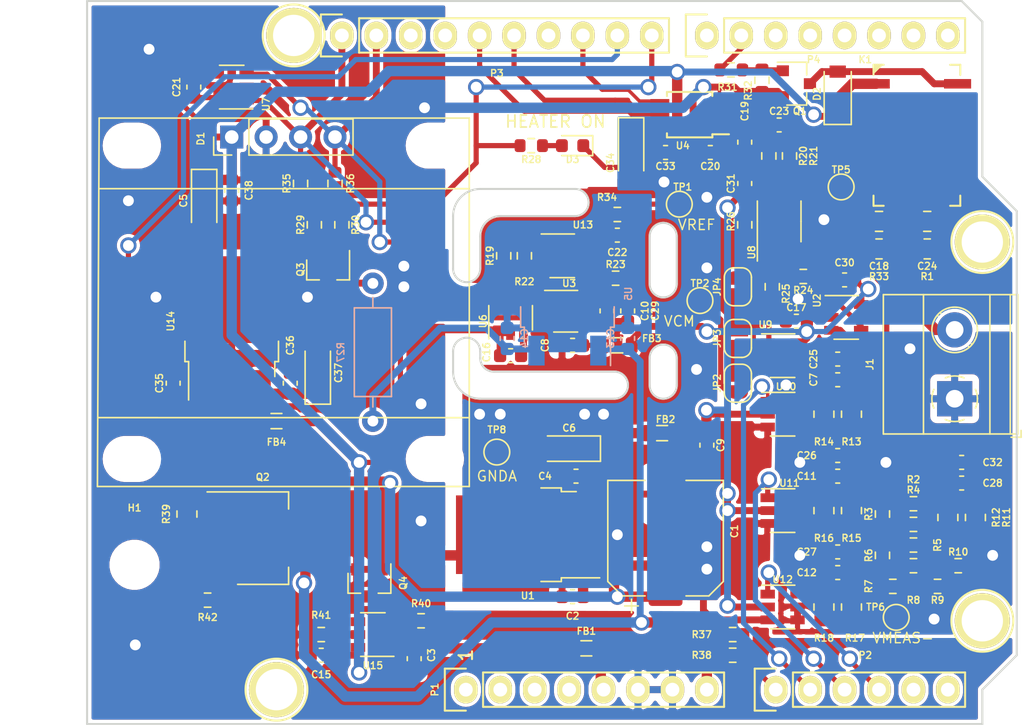
<source format=kicad_pcb>
(kicad_pcb (version 20171130) (host pcbnew 5.1.12-5.1.12)
  (title_block (date 2021-12-16) (rev "V 0.5"))
  (layers (0 F.Cu signal) (31 B.Cu signal) (34 B.Paste user) (35 F.Paste user) (36 B.SilkS user) (37 F.SilkS user) (38 B.Mask user) (39 F.Mask user) (44 Edge.Cuts user))
  (net 0 "")
  (net 1 +5V)
  (net 2 GND)
  (net 3 /Vin)
  (net 4 "/A4(SDA)")
  (net 5 "/A5(SCL)")
  (net 6 GNDA)
  (net 7 /VDDD)
  (net 8 "Net-(C4-Pad1)")
  (net 9 /VDDA)
  (net 10 "Net-(C14-Pad1)")
  (net 11 "Net-(Q3-Pad3)")
  (net 12 "Net-(Q3-Pad1)")
  (net 13 "Net-(R2-Pad1)")
  (net 14 "Net-(R4-Pad1)")
  (net 15 /VREF)
  (net 16 /HEATER)
  (net 17 /SCK)
  (net 18 /MISO)
  (net 19 /ADCCE)
  (net 20 "Net-(C8-Pad1)")
  (net 21 "Net-(C25-Pad2)")
  (net 22 "Net-(C11-Pad1)")
  (net 23 "Net-(C11-Pad2)")
  (net 24 "Net-(C12-Pad2)")
  (net 25 /ADCIN-)
  (net 26 /ADCIN+)
  (net 27 /VMEAS+)
  (net 28 /VMEAS-)
  (net 29 /VCM)
  (net 30 "Net-(JP4-Pad2)")
  (net 31 /1000)
  (net 32 /100)
  (net 33 /10)
  (net 34 "Net-(R3-Pad1)")
  (net 35 "Net-(R5-Pad1)")
  (net 36 "Net-(R6-Pad1)")
  (net 37 "Net-(R7-Pad2)")
  (net 38 "Net-(R8-Pad2)")
  (net 39 "Net-(R10-Pad1)")
  (net 40 "Net-(R10-Pad2)")
  (net 41 "Net-(R13-Pad1)")
  (net 42 "Net-(R15-Pad1)")
  (net 43 "Net-(R17-Pad1)")
  (net 44 "Net-(R19-Pad1)")
  (net 45 "Net-(R20-Pad2)")
  (net 46 "Net-(R24-Pad2)")
  (net 47 "Net-(R24-Pad1)")
  (net 48 "Net-(R25-Pad2)")
  (net 49 "Net-(R26-Pad2)")
  (net 50 "Net-(R26-Pad1)")
  (net 51 "Net-(R22-Pad1)")
  (net 52 "Net-(C18-Pad2)")
  (net 53 "Net-(C24-Pad2)")
  (net 54 "Net-(D2-Pad2)")
  (net 55 "Net-(Q1-Pad1)")
  (net 56 /VRANGE)
  (net 57 /VREF_1)
  (net 58 /VINMEAS)
  (net 59 "Net-(D3-Pad2)")
  (net 60 "Net-(C3-Pad1)")
  (net 61 "Net-(C36-Pad1)")
  (net 62 /VDDEN)
  (net 63 "Net-(Q4-Pad3)")
  (net 64 "Net-(R41-Pad2)")
  (net 65 "Net-(C1-Pad1)")
  (module Resistor_SMD:R_0603_1608Metric (layer F.Cu) (at 119.888 117.221)
    (fp_text reference R42 (at 0 1.27) (layer F.SilkS) (effects (font (size 0.508 0.508) (thickness 0.1016))))
    (fp_text value 100k)
    (pad 2 smd roundrect (at 0.825 0) (size 0.8 0.95) (layers F.Cu F.Paste F.Mask) (net 62 /VDDEN))
    (pad 1 smd roundrect (at -0.825 0) (size 0.8 0.95) (layers F.Cu F.Paste F.Mask) (net 2 GND))
  )
  (module TestPoint:TestPoint_Pad_D1.5mm (layer F.Cu) (at 141.224 106.299)
    (fp_text reference TP8 (at 0 -1.648) (layer F.SilkS) (effects (font (size 0.508 0.508) (thickness 0.1016))))
    (fp_text value TestPoint)
    (pad 1 smd circle (at 0 0) (size 1.5 1.5) (layers F.Cu F.Mask) (net 6 GNDA))
  )
  (module TestPoint:TestPoint_Pad_D1.5mm (layer F.Cu) (at 170.688 118.491)
    (fp_text reference TP6 (at -1.524 -0.762) (layer F.SilkS) (effects (font (size 0.508 0.508) (thickness 0.1016))))
    (fp_text value TestPoint)
    (pad 1 smd circle (at 0 0) (size 1.5 1.5) (layers F.Cu F.Mask) (net 28 /VMEAS-))
  )
  (module TestPoint:TestPoint_Pad_D1.5mm (layer F.Cu) (at 166.624 86.741)
    (fp_text reference TP5 (at 0 -1.27) (layer F.SilkS) (effects (font (size 0.508 0.508) (thickness 0.1016))))
    (fp_text value TestPoint)
    (pad 1 smd circle (at 0 0) (size 1.5 1.5) (layers F.Cu F.Mask) (net 22 "Net-(C11-Pad1)"))
  )
  (module TestPoint:TestPoint_Pad_D1.5mm (layer F.Cu) (at 156.21 95.123)
    (fp_text reference TP2 (at 0 -1.27) (layer F.SilkS) (effects (font (size 0.508 0.508) (thickness 0.1016))))
    (fp_text value TestPoint)
    (pad 1 smd circle (at 0 0) (size 1.5 1.5) (layers F.Cu F.Mask) (net 29 /VCM))
  )
  (module TestPoint:TestPoint_Pad_D1.5mm (layer F.Cu) (at 154.686 88.011)
    (fp_text reference TP1 (at 0.254 -1.27) (layer F.SilkS) (effects (font (size 0.508 0.508) (thickness 0.1016))))
    (fp_text value TestPoint)
    (pad 1 smd circle (at 0 0) (size 1.5 1.5) (layers F.Cu F.Mask) (net 15 /VREF))
  )
  (module MountingHole:MountingHole_3.2mm_M3 (layer F.Cu) (at 114.498 114.615)
    (fp_text reference H1 (at 0 -4.2) (layer F.SilkS) (effects (font (size 0.508 0.508) (thickness 0.1016))))
    (fp_text value MountingHole)
    (pad 1 np_thru_hole circle (at 0 0) (size 3.2 3.2) (drill 3.2) (layers *.Cu *.Mask))
  )
  (module Package_TO_SOT_SMD:SOT-23 (layer F.Cu) (at 131.826 115.951 270)
    (fp_text reference Q4 (at 0 -2.5 90) (layer F.SilkS) (effects (font (size 0.508 0.508) (thickness 0.1016))))
    (fp_text value DTC114E)
    (pad 3 smd rect (at 1 0 270) (size 0.9 0.8) (layers F.Cu F.Paste F.Mask) (net 63 "Net-(Q4-Pad3)"))
    (pad 2 smd rect (at -1 0.95 270) (size 0.9 0.8) (layers F.Cu F.Paste F.Mask) (net 2 GND))
    (pad 1 smd rect (at -1 -0.95 270) (size 0.9 0.8) (layers F.Cu F.Paste F.Mask) (net 65 "Net-(C1-Pad1)"))
  )
  (module Package_TO_SOT_SMD:SOT-23-6 (layer F.Cu) (at 132.08 119.761 180)
    (fp_text reference U15 (at 0 -2.286) (layer F.SilkS) (effects (font (size 0.508 0.508) (thickness 0.1016))))
    (fp_text value TPS2553DBV)
    (pad 5 smd rect (at 1.1 0 180) (size 1.06 0.65) (layers F.Cu F.Paste F.Mask) (net 64 "Net-(R41-Pad2)"))
    (pad 6 smd rect (at 1.1 -0.95 180) (size 1.06 0.65) (layers F.Cu F.Paste F.Mask) (net 7 /VDDD))
    (pad 4 smd rect (at 1.1 0.95 180) (size 1.06 0.65) (layers F.Cu F.Paste F.Mask))
    (pad 3 smd rect (at -1.1 0.95 180) (size 1.06 0.65) (layers F.Cu F.Paste F.Mask) (net 63 "Net-(Q4-Pad3)"))
    (pad 2 smd rect (at -1.1 0 180) (size 1.06 0.65) (layers F.Cu F.Paste F.Mask) (net 2 GND))
    (pad 1 smd rect (at -1.1 -0.95 180) (size 1.06 0.65) (layers F.Cu F.Paste F.Mask) (net 60 "Net-(C3-Pad1)"))
  )
  (module Package_TO_SOT_SMD:TO-252-2 (layer F.Cu) (at 121.666 97.155 90)
    (fp_text reference U14 (at 0.508 -4.5 90) (layer F.SilkS) (effects (font (size 0.508 0.508) (thickness 0.1016))))
    (fp_text value KA78M05_TO252)
    (pad 2 smd rect (at 2.1 0 90) (size 6.4 5.8) (layers F.Cu F.Mask) (net 2 GND))
    (pad 3 smd rect (at -4.2 2.28 90) (size 2.2 1.2) (layers F.Cu F.Paste F.Mask) (net 61 "Net-(C36-Pad1)"))
    (pad 1 smd rect (at -4.2 -2.28 90) (size 2.2 1.2) (layers F.Cu F.Paste F.Mask) (net 65 "Net-(C1-Pad1)"))
  )
  (module Resistor_SMD:R_0603_1608Metric (layer F.Cu) (at 128.27 119.761)
    (fp_text reference R41 (at 0 -1.43) (layer F.SilkS) (effects (font (size 0.508 0.508) (thickness 0.1016))))
    (fp_text value 100k)
    (pad 2 smd roundrect (at 0.825 0) (size 0.8 0.95) (layers F.Cu F.Paste F.Mask) (net 64 "Net-(R41-Pad2)"))
    (pad 1 smd roundrect (at -0.825 0) (size 0.8 0.95) (layers F.Cu F.Paste F.Mask) (net 2 GND))
  )
  (module Resistor_SMD:R_0603_1608Metric (layer F.Cu) (at 135.636 118.745)
    (fp_text reference R40 (at 0 -1.27) (layer F.SilkS) (effects (font (size 0.508 0.508) (thickness 0.1016))))
    (fp_text value 100k)
    (pad 2 smd roundrect (at 0.825 0) (size 0.8 0.95) (layers F.Cu F.Paste F.Mask) (net 60 "Net-(C3-Pad1)"))
    (pad 1 smd roundrect (at -0.825 0) (size 0.8 0.95) (layers F.Cu F.Paste F.Mask) (net 63 "Net-(Q4-Pad3)"))
  )
  (module Resistor_SMD:R_0805_2012Metric (layer F.Cu) (at 118.364 110.871 90)
    (fp_text reference R39 (at 0 -1.524 90) (layer F.SilkS) (effects (font (size 0.508 0.508) (thickness 0.1016))))
    (fp_text value 1k)
    (pad 2 smd roundrect (at 0.9125 0 90) (size 1.025 1.4) (layers F.Cu F.Paste F.Mask) (roundrect_rratio 0.243902) (net 65 "Net-(C1-Pad1)"))
    (pad 1 smd roundrect (at -0.9125 0 90) (size 1.025 1.4) (layers F.Cu F.Paste F.Mask) (roundrect_rratio 0.243902) (net 2 GND))
  )
  (module Package_TO_SOT_SMD:SOT-223 (layer F.Cu) (at 123.952 112.649)
    (fp_text reference Q2 (at 0 -4.5) (layer F.SilkS) (effects (font (size 0.508 0.508) (thickness 0.1016))))
    (fp_text value BSP452)
    (pad 1 smd rect (at -3.15 -2.3) (size 2 1.5) (layers F.Cu F.Paste F.Mask) (net 65 "Net-(C1-Pad1)"))
    (pad 3 smd rect (at -3.15 2.3) (size 2 1.5) (layers F.Cu F.Paste F.Mask) (net 62 /VDDEN))
    (pad 2 smd rect (at -3.15 0) (size 2 1.5) (layers F.Cu F.Paste F.Mask) (net 2 GND))
    (pad 4 smd rect (at 3.15 0) (size 2 3.8) (layers F.Cu F.Paste F.Mask) (net 3 /Vin))
  )
  (module Inductor_SMD:L_0805_2012Metric (layer F.Cu) (at 124.968 104.013 180)
    (fp_text reference FB4 (at 0 -1.55) (layer F.SilkS) (effects (font (size 0.508 0.508) (thickness 0.1016))))
    (fp_text value Ferrite_Bead_Small)
    (pad 2 smd roundrect (at 1.0625 0 180) (size 0.875 1.2) (layers F.Cu F.Paste F.Mask) (net 61 "Net-(C36-Pad1)"))
    (pad 1 smd roundrect (at -1.0625 0 180) (size 0.875 1.2) (layers F.Cu F.Paste F.Mask) (net 7 /VDDD))
  )
  (module Capacitor_SMD:C_0603_1608Metric (layer F.Cu) (at 121.666 86.995 270)
    (fp_text reference C38 (at 0 -1.27 90) (layer F.SilkS) (effects (font (size 0.508 0.508) (thickness 0.1016))))
    (fp_text value 100n)
    (pad 2 smd roundrect (at 0.775 0 270) (size 0.9 0.95) (layers F.Cu F.Paste F.Mask) (net 2 GND))
    (pad 1 smd roundrect (at -0.775 0 270) (size 0.9 0.95) (layers F.Cu F.Paste F.Mask) (net 7 /VDDD))
  )
  (module Capacitor_Tantalum_SMD:CP_EIA-3216-18_Kemet-A (layer F.Cu) (at 128.016 100.457 90)
    (fp_text reference C37 (at 0 1.524 90) (layer F.SilkS) (effects (font (size 0.508 0.508) (thickness 0.1016))))
    (fp_text value 10u/6.3V)
    (pad 2 smd roundrect (at 1.35 0 90) (size 1.4 1.35) (layers F.Cu F.Paste F.Mask) (roundrect_rratio 0.185185) (net 2 GND))
    (pad 1 smd roundrect (at -1.35 0 90) (size 1.4 1.35) (layers F.Cu F.Paste F.Mask) (roundrect_rratio 0.185185) (net 61 "Net-(C36-Pad1)"))
  )
  (module Capacitor_SMD:C_0603_1608Metric (layer F.Cu) (at 125.984 101.219 90)
    (fp_text reference C36 (at 2.794 0 90) (layer F.SilkS) (effects (font (size 0.508 0.508) (thickness 0.1016))))
    (fp_text value 100n)
    (pad 2 smd roundrect (at 0.775 0 90) (size 0.9 0.95) (layers F.Cu F.Paste F.Mask) (net 2 GND))
    (pad 1 smd roundrect (at -0.775 0 90) (size 0.9 0.95) (layers F.Cu F.Paste F.Mask) (net 61 "Net-(C36-Pad1)"))
  )
  (module Capacitor_SMD:C_0603_1608Metric (layer F.Cu) (at 117.348 101.219 90)
    (fp_text reference C35 (at 0 -1.016 90) (layer F.SilkS) (effects (font (size 0.508 0.508) (thickness 0.1016))))
    (fp_text value 100n)
    (pad 2 smd roundrect (at 0.775 0 90) (size 0.9 0.95) (layers F.Cu F.Paste F.Mask) (net 2 GND))
    (pad 1 smd roundrect (at -0.775 0 90) (size 0.9 0.95) (layers F.Cu F.Paste F.Mask) (net 65 "Net-(C1-Pad1)"))
  )
  (module Capacitor_Tantalum_SMD:CP_EIA-3216-18_Kemet-A (layer F.Cu) (at 119.634 87.757 270)
    (fp_text reference C5 (at 0 1.524 90) (layer F.SilkS) (effects (font (size 0.508 0.508) (thickness 0.1016))))
    (fp_text value 10u/6.3V)
    (pad 2 smd roundrect (at 1.35 0 270) (size 1.4 1.35) (layers F.Cu F.Paste F.Mask) (roundrect_rratio 0.1851844444444445) (net 2 GND))
    (pad 1 smd roundrect (at -1.35 0 270) (size 1.4 1.35) (layers F.Cu F.Paste F.Mask) (roundrect_rratio 0.1851844444444445) (net 7 /VDDD))
  )
  (module Capacitor_SMD:C_0603_1608Metric (layer F.Cu) (at 128.27 121.285 180)
    (fp_text reference C15 (at 0 -1.43) (layer F.SilkS) (effects (font (size 0.508 0.508) (thickness 0.1016))))
    (fp_text value 100n)
    (pad 2 smd roundrect (at 0.775 0 180) (size 0.9 0.95) (layers F.Cu F.Paste F.Mask) (net 2 GND))
    (pad 1 smd roundrect (at -0.775 0 180) (size 0.9 0.95) (layers F.Cu F.Paste F.Mask) (net 7 /VDDD))
  )
  (module Resistor_SMD:R_0603_1608Metric (layer F.Cu) (at 143.764 83.693 180)
    (fp_text reference R28 (at 0 -1.016) (layer F.SilkS) (effects (font (size 0.508 0.508) (thickness 0.1016))))
    (fp_text value 390)
    (pad 2 smd roundrect (at 0.825 0 180) (size 0.8 0.95) (layers F.Cu F.Paste F.Mask) (net 16 /HEATER))
    (pad 1 smd roundrect (at -0.825 0 180) (size 0.8 0.95) (layers F.Cu F.Paste F.Mask) (net 59 "Net-(D3-Pad2)"))
  )
  (module Resistor_THT:R_Axial_DIN0207_L6.3mm_D2.5mm_P10.16mm_Horizontal (layer B.Cu) (at 132.08 93.853 270)
    (fp_text reference R27 (at 5.08 2.37 90) (layer B.SilkS) (effects (font (size 0.508 0.508) (thickness 0.1016)) (justify mirror)))
    (fp_text value 100)
    (pad 2 thru_hole oval (at 10.16 0 270) (size 1.6 1.6) (drill 0.8) (layers *.Cu *.Mask) (net 10 "Net-(C14-Pad1)"))
    (pad 1 thru_hole circle (at 0 0 270) (size 1.6 1.6) (drill 0.8) (layers *.Cu *.Mask) (net 11 "Net-(Q3-Pad3)"))
  )
  (module LED_SMD:LED_0603_1608Metric (layer F.Cu) (at 146.812 83.693 180)
    (fp_text reference D3 (at 0 -1.016) (layer F.SilkS) (effects (font (size 0.508 0.508) (thickness 0.1016))))
    (fp_text value Red)
    (pad 2 smd roundrect (at 0.7875 0 180) (size 0.875 0.95) (layers F.Cu F.Paste F.Mask) (net 59 "Net-(D3-Pad2)"))
    (pad 1 smd roundrect (at -0.7875 0 180) (size 0.875 0.95) (layers F.Cu F.Paste F.Mask) (net 2 GND))
  )
  (module NetTie:NetTie-4_SMD_Pad0.5mm (layer F.Cu) (at 136.398 113.919 135)
    (fp_text reference NT1 hide)
    (fp_text value Net-Tie_4)
    (fp_poly (pts (xy -0.75 -0.75) (xy 0.75 -0.75) (xy 0.75 0.75) (xy -0.75 0.75)) (layer F.Cu) (width 0))
    (pad 4 smd circle (at 0.5 0.5 135) (size 0.5 0.5) (layers F.Cu) (net 2 GND))
    (pad 3 smd circle (at -0.5 0.5 135) (size 0.5 0.5) (layers F.Cu) (net 6 GNDA))
    (pad 2 smd circle (at 0.5 -0.5 135) (size 0.5 0.5) (layers F.Cu) (net 2 GND))
    (pad 1 smd circle (at -0.5 -0.5 135) (size 0.5 0.5) (layers F.Cu) (net 2 GND))
  )
  (module Resistor_SMD:R_0603_1608Metric (layer F.Cu) (at 158.623 121.285)
    (fp_text reference R38 (at -2.286 0) (layer F.SilkS) (effects (font (size 0.508 0.508) (thickness 0.1016))))
    (fp_text value 2k2)
    (pad 2 smd roundrect (at 0.825 0) (size 0.8 0.95) (layers F.Cu F.Paste F.Mask) (net 58 /VINMEAS))
    (pad 1 smd roundrect (at -0.825 0) (size 0.8 0.95) (layers F.Cu F.Paste F.Mask) (net 2 GND))
  )
  (module Resistor_SMD:R_0603_1608Metric (layer F.Cu) (at 158.623 119.761 180)
    (fp_text reference R37 (at 2.286 0) (layer F.SilkS) (effects (font (size 0.508 0.508) (thickness 0.1016))))
    (fp_text value 10k)
    (pad 2 smd roundrect (at 0.825 0 180) (size 0.8 0.95) (layers F.Cu F.Paste F.Mask) (net 3 /Vin))
    (pad 1 smd roundrect (at -0.825 0 180) (size 0.8 0.95) (layers F.Cu F.Paste F.Mask) (net 58 /VINMEAS))
  )
  (module Package_TO_SOT_SMD:SOT-23-5 (layer F.Cu) (at 121.666 79.375 180)
    (fp_text reference U7 (at -2.54 -1.27 90) (layer F.SilkS) (effects (font (size 0.508 0.508) (thickness 0.1016))))
    (fp_text value AT24CS04-STUM)
    (pad 5 smd rect (at 1.1 -0.95 180) (size 1.06 0.65) (layers F.Cu F.Paste F.Mask) (net 2 GND))
    (pad 4 smd rect (at 1.1 0.95 180) (size 1.06 0.65) (layers F.Cu F.Paste F.Mask) (net 7 /VDDD))
    (pad 3 smd rect (at -1.1 0.95 180) (size 1.06 0.65) (layers F.Cu F.Paste F.Mask) (net 4 "/A4(SDA)"))
    (pad 2 smd rect (at -1.1 0 180) (size 1.06 0.65) (layers F.Cu F.Paste F.Mask) (net 2 GND))
    (pad 1 smd rect (at -1.1 -0.95 180) (size 1.06 0.65) (layers F.Cu F.Paste F.Mask) (net 5 "/A5(SCL)"))
  )
  (module Resistor_SMD:R_0603_1608Metric (layer F.Cu) (at 129.286 86.487 270)
    (fp_text reference R36 (at 0 -1.143 90) (layer F.SilkS) (effects (font (size 0.508 0.508) (thickness 0.1016))))
    (fp_text value 10k)
    (pad 2 smd roundrect (at 0.825 0 270) (size 0.8 0.95) (layers F.Cu F.Paste F.Mask) (net 7 /VDDD))
    (pad 1 smd roundrect (at -0.825 0 270) (size 0.8 0.95) (layers F.Cu F.Paste F.Mask) (net 4 "/A4(SDA)"))
  )
  (module Resistor_SMD:R_0603_1608Metric (layer F.Cu) (at 126.746 86.487 270)
    (fp_text reference R35 (at 0 1.016 90) (layer F.SilkS) (effects (font (size 0.508 0.508) (thickness 0.1016))))
    (fp_text value 10k)
    (pad 2 smd roundrect (at 0.825 0 270) (size 0.8 0.95) (layers F.Cu F.Paste F.Mask) (net 7 /VDDD))
    (pad 1 smd roundrect (at -0.825 0 270) (size 0.8 0.95) (layers F.Cu F.Paste F.Mask) (net 5 "/A5(SCL)"))
  )
  (module Capacitor_SMD:C_0603_1608Metric (layer F.Cu) (at 118.872 79.375 270)
    (fp_text reference C21 (at 0 1.27 90) (layer F.SilkS) (effects (font (size 0.508 0.508) (thickness 0.1016))))
    (fp_text value 100n)
    (pad 2 smd roundrect (at 0.775 0 270) (size 0.9 0.95) (layers F.Cu F.Paste F.Mask) (net 2 GND))
    (pad 1 smd roundrect (at -0.775 0 270) (size 0.9 0.95) (layers F.Cu F.Paste F.Mask) (net 7 /VDDD))
  )
  (module Resistor_SMD:R_0603_1608Metric (layer F.Cu) (at 150.114 88.773 180)
    (fp_text reference R34 (at 0.762 1.27) (layer F.SilkS) (effects (font (size 0.508 0.508) (thickness 0.1016))))
    (fp_text value 1k)
    (pad 2 smd roundrect (at 0.825 0 180) (size 0.8 0.95) (layers F.Cu F.Paste F.Mask) (net 57 /VREF_1))
    (pad 1 smd roundrect (at -0.825 0 180) (size 0.8 0.95) (layers F.Cu F.Paste F.Mask) (net 15 /VREF))
  )
  (module Diode_SMD:D_SOD-123 (layer F.Cu) (at 166.37 79.883 90)
    (fp_text reference D2 (at 0 -1.524 90) (layer F.SilkS) (effects (font (size 0.508 0.508) (thickness 0.1016))))
    (fp_text value D_Small)
    (pad 2 smd rect (at 1.65 0 90) (size 0.9 1.2) (layers F.Cu F.Paste F.Mask) (net 54 "Net-(D2-Pad2)"))
    (pad 1 smd rect (at -1.65 0 90) (size 0.9 1.2) (layers F.Cu F.Paste F.Mask) (net 7 /VDDD))
  )
  (module Resistor_SMD:R_0805_2012Metric (layer F.Cu) (at 169.418 91.313 180)
    (fp_text reference R33 (at 0 -2.032) (layer F.SilkS) (effects (font (size 0.508 0.508) (thickness 0.1016))))
    (fp_text value 499k)
    (pad 2 smd roundrect (at 0.9125 0 180) (size 1.025 1.4) (layers F.Cu F.Paste F.Mask) (roundrect_rratio 0.2439014634146341) (net 52 "Net-(C18-Pad2)"))
    (pad 1 smd roundrect (at -0.9125 0 180) (size 1.025 1.4) (layers F.Cu F.Paste F.Mask) (roundrect_rratio 0.2439014634146341) (net 27 /VMEAS+))
  )
  (module Resistor_SMD:R_0603_1608Metric (layer F.Cu) (at 160.782 78.867 270)
    (fp_text reference R32 (at 0.762 1.016 90) (layer F.SilkS) (effects (font (size 0.508 0.508) (thickness 0.1016))))
    (fp_text value 100k)
    (pad 2 smd roundrect (at 0.825 0 270) (size 0.8 0.95) (layers F.Cu F.Paste F.Mask) (net 2 GND))
    (pad 1 smd roundrect (at -0.825 0 270) (size 0.8 0.95) (layers F.Cu F.Paste F.Mask) (net 55 "Net-(Q1-Pad1)"))
  )
  (module Resistor_SMD:R_0603_1608Metric (layer F.Cu) (at 158.496 78.105 180)
    (fp_text reference R31 (at 0.254 -1.27) (layer F.SilkS) (effects (font (size 0.508 0.508) (thickness 0.1016))))
    (fp_text value 10k)
    (pad 2 smd roundrect (at 0.825 0 180) (size 0.8 0.95) (layers F.Cu F.Paste F.Mask) (net 56 /VRANGE))
    (pad 1 smd roundrect (at -0.825 0 180) (size 0.8 0.95) (layers F.Cu F.Paste F.Mask) (net 55 "Net-(Q1-Pad1)"))
  )
  (module Package_TO_SOT_SMD:SOT-23 (layer F.Cu) (at 163.322 79.121)
    (fp_text reference Q1 (at 0.254 2.032) (layer F.SilkS) (effects (font (size 0.508 0.508) (thickness 0.1016))))
    (fp_text value BSS123)
    (pad 3 smd rect (at 1 0) (size 0.9 0.8) (layers F.Cu F.Paste F.Mask) (net 54 "Net-(D2-Pad2)"))
    (pad 2 smd rect (at -1 0.95) (size 0.9 0.8) (layers F.Cu F.Paste F.Mask) (net 2 GND))
    (pad 1 smd rect (at -1 -0.95) (size 0.9 0.8) (layers F.Cu F.Paste F.Mask) (net 55 "Net-(Q1-Pad1)"))
  )
  (module kovpeti:Relay_DPDT_AXICOM_IMSeries_GWLeg (layer F.Cu) (at 172.212 82.931)
    (fp_text reference K1 (at -3.81 -5.588) (layer F.SilkS) (effects (font (size 0.508 0.508) (thickness 0.1016))))
    (fp_text value IM06)
    (pad 8 smd rect (at 3 -3.8) (size 2 0.7) (layers F.Cu F.Paste F.Mask) (net 54 "Net-(D2-Pad2)"))
    (pad 7 smd rect (at 3 -0.6) (size 2 0.7) (layers F.Cu F.Paste F.Mask) (net 22 "Net-(C11-Pad1)"))
    (pad 6 smd rect (at 3 1.6) (size 2 0.7) (layers F.Cu F.Paste F.Mask) (net 53 "Net-(C24-Pad2)"))
    (pad 5 smd rect (at 3 3.8) (size 2 0.7) (layers F.Cu F.Paste F.Mask))
    (pad 4 smd rect (at -3 3.8) (size 2 0.7) (layers F.Cu F.Paste F.Mask) (net 22 "Net-(C11-Pad1)"))
    (pad 3 smd rect (at -3 1.6) (size 2 0.7) (layers F.Cu F.Paste F.Mask) (net 52 "Net-(C18-Pad2)"))
    (pad 2 smd rect (at -3 -0.6) (size 2 0.7) (layers F.Cu F.Paste F.Mask))
    (pad 1 smd rect (at -3 -3.8) (size 2 0.7) (layers F.Cu F.Paste F.Mask) (net 7 /VDDD))
  )
  (module Capacitor_SMD:C_0805_2012Metric (layer F.Cu) (at 169.418 89.281 180)
    (fp_text reference C18 (at 0 -3.302) (layer F.SilkS) (effects (font (size 0.508 0.508) (thickness 0.1016))))
    (fp_text value 22n)
    (pad 2 smd roundrect (at 0.95 0 180) (size 1 1.45) (layers F.Cu F.Paste F.Mask) (net 52 "Net-(C18-Pad2)"))
    (pad 1 smd roundrect (at -0.95 0 180) (size 1 1.45) (layers F.Cu F.Paste F.Mask) (net 27 /VMEAS+))
  )
  (module Capacitor_SMD:C_0805_2012Metric (layer F.Cu) (at 172.974 89.281)
    (fp_text reference C24 (at 0 3.302) (layer F.SilkS) (effects (font (size 0.508 0.508) (thickness 0.1016))))
    (fp_text value 100p)
    (pad 2 smd roundrect (at 0.95 0) (size 1 1.45) (layers F.Cu F.Paste F.Mask) (net 53 "Net-(C24-Pad2)"))
    (pad 1 smd roundrect (at -0.95 0) (size 1 1.45) (layers F.Cu F.Paste F.Mask) (net 27 /VMEAS+))
  )
  (module Package_TO_SOT_SMD:SOT-23-5 (layer F.Cu) (at 166.998 96.365)
    (fp_text reference U2 (at -2.152 -1.242 90) (layer F.SilkS) (effects (font (size 0.508 0.508) (thickness 0.1016))))
    (fp_text value LTC2054)
    (pad 5 smd rect (at 1.1 -0.95) (size 1.06 0.65) (layers F.Cu F.Paste F.Mask) (net 9 /VDDA))
    (pad 4 smd rect (at 1.1 0.95) (size 1.06 0.65) (layers F.Cu F.Paste F.Mask) (net 46 "Net-(R24-Pad2)"))
    (pad 3 smd rect (at -1.1 0.95) (size 1.06 0.65) (layers F.Cu F.Paste F.Mask) (net 22 "Net-(C11-Pad1)"))
    (pad 2 smd rect (at -1.1 0) (size 1.06 0.65) (layers F.Cu F.Paste F.Mask) (net 6 GNDA))
    (pad 1 smd rect (at -1.1 -0.95) (size 1.06 0.65) (layers F.Cu F.Paste F.Mask) (net 46 "Net-(R24-Pad2)"))
  )
  (module Resistor_SMD:R_0603_1608Metric (layer F.Cu) (at 173.736 116.205)
    (fp_text reference R9 (at 0 1.016) (layer F.SilkS) (effects (font (size 0.508 0.508) (thickness 0.1016))))
    (fp_text value 10M)
    (pad 2 smd roundrect (at 0.825 0) (size 0.8 0.95) (layers F.Cu F.Paste F.Mask) (net 39 "Net-(R10-Pad1)"))
    (pad 1 smd roundrect (at -0.825 0) (size 0.8 0.95) (layers F.Cu F.Paste F.Mask) (net 38 "Net-(R8-Pad2)"))
  )
  (module Resistor_SMD:R_0603_1608Metric (layer F.Cu) (at 171.958 114.681)
    (fp_text reference R8 (at 0 2.54) (layer F.SilkS) (effects (font (size 0.508 0.508) (thickness 0.1016))))
    (fp_text value 10M)
    (pad 2 smd roundrect (at 0.825 0) (size 0.8 0.95) (layers F.Cu F.Paste F.Mask) (net 38 "Net-(R8-Pad2)"))
    (pad 1 smd roundrect (at -0.825 0) (size 0.8 0.95) (layers F.Cu F.Paste F.Mask) (net 37 "Net-(R7-Pad2)"))
  )
  (module Resistor_SMD:R_0603_1608Metric (layer F.Cu) (at 170.434 116.205)
    (fp_text reference R7 (at -1.778 0 90) (layer F.SilkS) (effects (font (size 0.508 0.508) (thickness 0.1016))))
    (fp_text value 10M)
    (pad 2 smd roundrect (at 0.825 0) (size 0.8 0.95) (layers F.Cu F.Paste F.Mask) (net 37 "Net-(R7-Pad2)"))
    (pad 1 smd roundrect (at -0.825 0) (size 0.8 0.95) (layers F.Cu F.Paste F.Mask) (net 36 "Net-(R6-Pad1)"))
  )
  (module Resistor_SMD:R_0603_1608Metric (layer F.Cu) (at 169.672 113.919 90)
    (fp_text reference R6 (at 0 -1.016 90) (layer F.SilkS) (effects (font (size 0.508 0.508) (thickness 0.1016))))
    (fp_text value 10M)
    (pad 2 smd roundrect (at 0.825 0 90) (size 0.8 0.95) (layers F.Cu F.Paste F.Mask) (net 35 "Net-(R5-Pad1)"))
    (pad 1 smd roundrect (at -0.825 0 90) (size 0.8 0.95) (layers F.Cu F.Paste F.Mask) (net 36 "Net-(R6-Pad1)"))
  )
  (module Resistor_SMD:R_0603_1608Metric (layer F.Cu) (at 171.958 113.157)
    (fp_text reference R5 (at 1.778 0 90) (layer F.SilkS) (effects (font (size 0.508 0.508) (thickness 0.1016))))
    (fp_text value 10M)
    (pad 2 smd roundrect (at 0.825 0) (size 0.8 0.95) (layers F.Cu F.Paste F.Mask) (net 14 "Net-(R4-Pad1)"))
    (pad 1 smd roundrect (at -0.825 0) (size 0.8 0.95) (layers F.Cu F.Paste F.Mask) (net 35 "Net-(R5-Pad1)"))
  )
  (module Resistor_SMD:R_0603_1608Metric (layer F.Cu) (at 171.958 111.633 180)
    (fp_text reference R4 (at 0 2.54) (layer F.SilkS) (effects (font (size 0.508 0.508) (thickness 0.1016))))
    (fp_text value 10M)
    (pad 2 smd roundrect (at 0.825 0 180) (size 0.8 0.95) (layers F.Cu F.Paste F.Mask) (net 34 "Net-(R3-Pad1)"))
    (pad 1 smd roundrect (at -0.825 0 180) (size 0.8 0.95) (layers F.Cu F.Paste F.Mask) (net 14 "Net-(R4-Pad1)"))
  )
  (module Resistor_SMD:R_0603_1608Metric (layer F.Cu) (at 169.672 110.871 90)
    (fp_text reference R3 (at 0 -1.016 90) (layer F.SilkS) (effects (font (size 0.508 0.508) (thickness 0.1016))))
    (fp_text value 10M)
    (pad 2 smd roundrect (at 0.825 0 90) (size 0.8 0.95) (layers F.Cu F.Paste F.Mask) (net 13 "Net-(R2-Pad1)"))
    (pad 1 smd roundrect (at -0.825 0 90) (size 0.8 0.95) (layers F.Cu F.Paste F.Mask) (net 34 "Net-(R3-Pad1)"))
  )
  (module Resistor_SMD:R_0603_1608Metric (layer F.Cu) (at 171.958 110.109)
    (fp_text reference R2 (at 0 -1.778) (layer F.SilkS) (effects (font (size 0.508 0.508) (thickness 0.1016))))
    (fp_text value 10M)
    (pad 2 smd roundrect (at 0.825 0) (size 0.8 0.95) (layers F.Cu F.Paste F.Mask) (net 22 "Net-(C11-Pad1)"))
    (pad 1 smd roundrect (at -0.825 0) (size 0.8 0.95) (layers F.Cu F.Paste F.Mask) (net 13 "Net-(R2-Pad1)"))
  )
  (module Resistor_SMD:R_0805_2012Metric (layer F.Cu) (at 172.974 91.313)
    (fp_text reference R1 (at 0 2.032) (layer F.SilkS) (effects (font (size 0.508 0.508) (thickness 0.1016))))
    (fp_text value 10M)
    (pad 2 smd roundrect (at 0.9125 0) (size 1.025 1.4) (layers F.Cu F.Paste F.Mask) (roundrect_rratio 0.2439014634146341) (net 53 "Net-(C24-Pad2)"))
    (pad 1 smd roundrect (at -0.9125 0) (size 1.025 1.4) (layers F.Cu F.Paste F.Mask) (roundrect_rratio 0.2439014634146341) (net 27 /VMEAS+))
  )
  (module Capacitor_SMD:C_0603_1608Metric (layer F.Cu) (at 156.972 84.201)
    (fp_text reference C20 (at 0 1.016) (layer F.SilkS) (effects (font (size 0.508 0.508) (thickness 0.1016))))
    (fp_text value 100n)
    (pad 2 smd roundrect (at 0.775 0) (size 0.9 0.95) (layers F.Cu F.Paste F.Mask) (net 6 GNDA))
    (pad 1 smd roundrect (at -0.775 0) (size 0.9 0.95) (layers F.Cu F.Paste F.Mask) (net 15 /VREF))
  )
  (module Capacitor_SMD:C_0603_1608Metric (layer F.Cu) (at 159.512 83.439 270)
    (fp_text reference C19 (at -2.286 0 90) (layer F.SilkS) (effects (font (size 0.508 0.508) (thickness 0.1016))))
    (fp_text value 100n)
    (pad 2 smd roundrect (at 0.775 0 270) (size 0.9 0.95) (layers F.Cu F.Paste F.Mask) (net 6 GNDA))
    (pad 1 smd roundrect (at -0.775 0 270) (size 0.9 0.95) (layers F.Cu F.Paste F.Mask) (net 9 /VDDA))
  )
  (module Capacitor_SMD:C_0603_1608Metric (layer F.Cu) (at 166.37 100.965 180)
    (fp_text reference C7 (at 1.778 0 90) (layer F.SilkS) (effects (font (size 0.508 0.508) (thickness 0.1016))))
    (fp_text value 100n)
    (pad 2 smd roundrect (at 0.775 0 180) (size 0.9 0.95) (layers F.Cu F.Paste F.Mask) (net 21 "Net-(C25-Pad2)"))
    (pad 1 smd roundrect (at -0.775 0 180) (size 0.9 0.95) (layers F.Cu F.Paste F.Mask) (net 22 "Net-(C11-Pad1)"))
  )
  (module Package_TO_SOT_SMD:SOT-23-5 (layer F.Cu) (at 146.05 91.821)
    (fp_text reference U13 (at 1.524 -2.286) (layer F.SilkS) (effects (font (size 0.508 0.508) (thickness 0.1016))))
    (fp_text value LTC2054)
    (pad 5 smd rect (at 1.1 -0.95) (size 1.06 0.65) (layers F.Cu F.Paste F.Mask) (net 57 /VREF_1))
    (pad 4 smd rect (at 1.1 0.95) (size 1.06 0.65) (layers F.Cu F.Paste F.Mask) (net 51 "Net-(R22-Pad1)"))
    (pad 3 smd rect (at -1.1 0.95) (size 1.06 0.65) (layers F.Cu F.Paste F.Mask) (net 44 "Net-(R19-Pad1)"))
    (pad 2 smd rect (at -1.1 0) (size 1.06 0.65) (layers F.Cu F.Paste F.Mask) (net 6 GNDA))
    (pad 1 smd rect (at -1.1 -0.95) (size 1.06 0.65) (layers F.Cu F.Paste F.Mask) (net 51 "Net-(R22-Pad1)"))
  )
  (module Package_TO_SOT_SMD:SOT-23-6 (layer F.Cu) (at 162.306 117.729)
    (fp_text reference U12 (at 0 -2.032) (layer F.SilkS) (effects (font (size 0.508 0.508) (thickness 0.1016))))
    (fp_text value MAX4624)
    (pad 5 smd rect (at 1.1 0) (size 1.06 0.65) (layers F.Cu F.Paste F.Mask) (net 28 /VMEAS-))
    (pad 6 smd rect (at 1.1 -0.95) (size 1.06 0.65) (layers F.Cu F.Paste F.Mask) (net 24 "Net-(C12-Pad2)"))
    (pad 4 smd rect (at 1.1 0.95) (size 1.06 0.65) (layers F.Cu F.Paste F.Mask) (net 28 /VMEAS-))
    (pad 3 smd rect (at -1.1 0.95) (size 1.06 0.65) (layers F.Cu F.Paste F.Mask) (net 6 GNDA))
    (pad 2 smd rect (at -1.1 0) (size 1.06 0.65) (layers F.Cu F.Paste F.Mask) (net 9 /VDDA))
    (pad 1 smd rect (at -1.1 -0.95) (size 1.06 0.65) (layers F.Cu F.Paste F.Mask) (net 33 /10))
  )
  (module Package_TO_SOT_SMD:SOT-23-6 (layer F.Cu) (at 162.306 110.617)
    (fp_text reference U11 (at 0.508 -2.032) (layer F.SilkS) (effects (font (size 0.508 0.508) (thickness 0.1016))))
    (fp_text value MAX4624)
    (pad 5 smd rect (at 1.1 0) (size 1.06 0.65) (layers F.Cu F.Paste F.Mask) (net 28 /VMEAS-))
    (pad 6 smd rect (at 1.1 -0.95) (size 1.06 0.65) (layers F.Cu F.Paste F.Mask) (net 23 "Net-(C11-Pad2)"))
    (pad 4 smd rect (at 1.1 0.95) (size 1.06 0.65) (layers F.Cu F.Paste F.Mask) (net 28 /VMEAS-))
    (pad 3 smd rect (at -1.1 0.95) (size 1.06 0.65) (layers F.Cu F.Paste F.Mask) (net 6 GNDA))
    (pad 2 smd rect (at -1.1 0) (size 1.06 0.65) (layers F.Cu F.Paste F.Mask) (net 9 /VDDA))
    (pad 1 smd rect (at -1.1 -0.95) (size 1.06 0.65) (layers F.Cu F.Paste F.Mask) (net 32 /100))
  )
  (module Package_TO_SOT_SMD:SOT-23-6 (layer F.Cu) (at 162.306 103.505)
    (fp_text reference U10 (at 0.254 -2.032) (layer F.SilkS) (effects (font (size 0.508 0.508) (thickness 0.1016))))
    (fp_text value MAX4624)
    (pad 5 smd rect (at 1.1 0) (size 1.06 0.65) (layers F.Cu F.Paste F.Mask) (net 28 /VMEAS-))
    (pad 6 smd rect (at 1.1 -0.95) (size 1.06 0.65) (layers F.Cu F.Paste F.Mask) (net 21 "Net-(C25-Pad2)"))
    (pad 4 smd rect (at 1.1 0.95) (size 1.06 0.65) (layers F.Cu F.Paste F.Mask) (net 28 /VMEAS-))
    (pad 3 smd rect (at -1.1 0.95) (size 1.06 0.65) (layers F.Cu F.Paste F.Mask) (net 6 GNDA))
    (pad 2 smd rect (at -1.1 0) (size 1.06 0.65) (layers F.Cu F.Paste F.Mask) (net 9 /VDDA))
    (pad 1 smd rect (at -1.1 -0.95) (size 1.06 0.65) (layers F.Cu F.Paste F.Mask) (net 31 /1000))
  )
  (module Package_TO_SOT_SMD:SOT-23-5 (layer F.Cu) (at 162.306 99.187)
    (fp_text reference U9 (at -1.27 -2.286) (layer F.SilkS) (effects (font (size 0.508 0.508) (thickness 0.1016))))
    (fp_text value LTC2054)
    (pad 5 smd rect (at 1.1 -0.95) (size 1.06 0.65) (layers F.Cu F.Paste F.Mask) (net 9 /VDDA))
    (pad 4 smd rect (at 1.1 0.95) (size 1.06 0.65) (layers F.Cu F.Paste F.Mask) (net 48 "Net-(R25-Pad2)"))
    (pad 3 smd rect (at -1.1 0.95) (size 1.06 0.65) (layers F.Cu F.Paste F.Mask) (net 28 /VMEAS-))
    (pad 2 smd rect (at -1.1 0) (size 1.06 0.65) (layers F.Cu F.Paste F.Mask) (net 6 GNDA))
    (pad 1 smd rect (at -1.1 -0.95) (size 1.06 0.65) (layers F.Cu F.Paste F.Mask) (net 48 "Net-(R25-Pad2)"))
  )
  (module Package_SO:MSOP-8_3x3mm_P0.65mm (layer F.Cu) (at 162.052 89.281 90)
    (fp_text reference U8 (at -2.286 -2.032 90) (layer F.SilkS) (effects (font (size 0.508 0.508) (thickness 0.1016))))
    (fp_text value INA333)
    (pad 8 smd roundrect (at 2.1125 -0.975 90) (size 1.625 0.4) (layers F.Cu F.Paste F.Mask) (net 50 "Net-(R26-Pad1)"))
    (pad 7 smd roundrect (at 2.1125 -0.325 90) (size 1.625 0.4) (layers F.Cu F.Paste F.Mask) (net 9 /VDDA))
    (pad 6 smd roundrect (at 2.1125 0.325 90) (size 1.625 0.4) (layers F.Cu F.Paste F.Mask) (net 45 "Net-(R20-Pad2)"))
    (pad 5 smd roundrect (at 2.1125 0.975 90) (size 1.625 0.4) (layers F.Cu F.Paste F.Mask) (net 6 GNDA))
    (pad 4 smd roundrect (at -2.1125 0.975 90) (size 1.625 0.4) (layers F.Cu F.Paste F.Mask) (net 6 GNDA))
    (pad 3 smd roundrect (at -2.1125 0.325 90) (size 1.625 0.4) (layers F.Cu F.Paste F.Mask) (net 47 "Net-(R24-Pad1)"))
    (pad 2 smd roundrect (at -2.1125 -0.325 90) (size 1.625 0.4) (layers F.Cu F.Paste F.Mask) (net 30 "Net-(JP4-Pad2)"))
    (pad 1 smd roundrect (at -2.1125 -0.975 90) (size 1.625 0.4) (layers F.Cu F.Paste F.Mask) (net 49 "Net-(R26-Pad2)"))
  )
  (module Resistor_SMD:R_0603_1608Metric (layer F.Cu) (at 129.794 89.535 90)
    (fp_text reference R30 (at 0 1.016 90) (layer F.SilkS) (effects (font (size 0.508 0.508) (thickness 0.1016))))
    (fp_text value 1k)
    (pad 2 smd roundrect (at 0.825 0 90) (size 0.8 0.95) (layers F.Cu F.Paste F.Mask) (net 16 /HEATER))
    (pad 1 smd roundrect (at -0.825 0 90) (size 0.8 0.95) (layers F.Cu F.Paste F.Mask) (net 12 "Net-(Q3-Pad1)"))
  )
  (module Resistor_SMD:R_0603_1608Metric (layer F.Cu) (at 127.762 89.535 90)
    (fp_text reference R29 (at 0 -1.016 90) (layer F.SilkS) (effects (font (size 0.508 0.508) (thickness 0.1016))))
    (fp_text value 100k)
    (pad 2 smd roundrect (at 0.825 0 90) (size 0.8 0.95) (layers F.Cu F.Paste F.Mask) (net 2 GND))
    (pad 1 smd roundrect (at -0.825 0 90) (size 0.8 0.95) (layers F.Cu F.Paste F.Mask) (net 12 "Net-(Q3-Pad1)"))
  )
  (module Resistor_SMD:R_0603_1608Metric (layer F.Cu) (at 159.512 89.535 270)
    (fp_text reference R26 (at -0.254 1.016 90) (layer F.SilkS) (effects (font (size 0.508 0.508) (thickness 0.1016))))
    (fp_text value 100k)
    (pad 2 smd roundrect (at 0.825 0 270) (size 0.8 0.95) (layers F.Cu F.Paste F.Mask) (net 49 "Net-(R26-Pad2)"))
    (pad 1 smd roundrect (at -0.825 0 270) (size 0.8 0.95) (layers F.Cu F.Paste F.Mask) (net 50 "Net-(R26-Pad1)"))
  )
  (module Resistor_SMD:R_0603_1608Metric (layer F.Cu) (at 161.544 94.107 270)
    (fp_text reference R25 (at 0.508 -1.016 90) (layer F.SilkS) (effects (font (size 0.508 0.508) (thickness 0.1016))))
    (fp_text value 1k)
    (pad 2 smd roundrect (at 0.825 0 270) (size 0.8 0.95) (layers F.Cu F.Paste F.Mask) (net 48 "Net-(R25-Pad2)"))
    (pad 1 smd roundrect (at -0.825 0 270) (size 0.8 0.95) (layers F.Cu F.Paste F.Mask) (net 30 "Net-(JP4-Pad2)"))
  )
  (module Resistor_SMD:R_0603_1608Metric (layer F.Cu) (at 163.83 93.345)
    (fp_text reference R24 (at 0 1.016) (layer F.SilkS) (effects (font (size 0.508 0.508) (thickness 0.1016))))
    (fp_text value 1k)
    (pad 2 smd roundrect (at 0.825 0) (size 0.8 0.95) (layers F.Cu F.Paste F.Mask) (net 46 "Net-(R24-Pad2)"))
    (pad 1 smd roundrect (at -0.825 0) (size 0.8 0.95) (layers F.Cu F.Paste F.Mask) (net 47 "Net-(R24-Pad1)"))
  )
  (module Resistor_SMD:R_0603_1608Metric (layer F.Cu) (at 149.987 93.472 180)
    (fp_text reference R23 (at 0 1.016) (layer F.SilkS) (effects (font (size 0.508 0.508) (thickness 0.1016))))
    (fp_text value 1k)
    (pad 2 smd roundrect (at 0.825 0 180) (size 0.8 0.95) (layers F.Cu F.Paste F.Mask) (net 51 "Net-(R22-Pad1)"))
    (pad 1 smd roundrect (at -0.825 0 180) (size 0.8 0.95) (layers F.Cu F.Paste F.Mask) (net 29 /VCM))
  )
  (module Resistor_SMD:R_0603_1608Metric (layer F.Cu) (at 143.256 91.821 270)
    (fp_text reference R22 (at 1.905 0 180) (layer F.SilkS) (effects (font (size 0.508 0.508) (thickness 0.1016))))
    (fp_text value 10k)
    (pad 2 smd roundrect (at 0.825 0 270) (size 0.8 0.95) (layers F.Cu F.Paste F.Mask) (net 44 "Net-(R19-Pad1)"))
    (pad 1 smd roundrect (at -0.825 0 270) (size 0.8 0.95) (layers F.Cu F.Paste F.Mask) (net 51 "Net-(R22-Pad1)"))
  )
  (module Resistor_SMD:R_0603_1608Metric (layer F.Cu) (at 162.814 84.455 270)
    (fp_text reference R21 (at 0 -1.778 90) (layer F.SilkS) (effects (font (size 0.508 0.508) (thickness 0.1016))))
    (fp_text value 51R)
    (pad 2 smd roundrect (at 0.825 0 270) (size 0.8 0.95) (layers F.Cu F.Paste F.Mask) (net 6 GNDA))
    (pad 1 smd roundrect (at -0.825 0 270) (size 0.8 0.95) (layers F.Cu F.Paste F.Mask) (net 25 /ADCIN-))
  )
  (module Resistor_SMD:R_0603_1608Metric (layer F.Cu) (at 161.29 84.455 270)
    (fp_text reference R20 (at 0 -2.54 90) (layer F.SilkS) (effects (font (size 0.508 0.508) (thickness 0.1016))))
    (fp_text value 51R)
    (pad 2 smd roundrect (at 0.825 0 270) (size 0.8 0.95) (layers F.Cu F.Paste F.Mask) (net 45 "Net-(R20-Pad2)"))
    (pad 1 smd roundrect (at -0.825 0 270) (size 0.8 0.95) (layers F.Cu F.Paste F.Mask) (net 26 /ADCIN+))
  )
  (module Resistor_SMD:R_0603_1608Metric (layer F.Cu) (at 141.732 91.821 90)
    (fp_text reference R19 (at 0 -1.016 90) (layer F.SilkS) (effects (font (size 0.508 0.508) (thickness 0.1016))))
    (fp_text value 10k)
    (pad 2 smd roundrect (at 0.825 0 90) (size 0.8 0.95) (layers F.Cu F.Paste F.Mask) (net 57 /VREF_1))
    (pad 1 smd roundrect (at -0.825 0 90) (size 0.8 0.95) (layers F.Cu F.Paste F.Mask) (net 44 "Net-(R19-Pad1)"))
  )
  (module Resistor_SMD:R_0805_2012Metric (layer F.Cu) (at 165.354 117.729 270)
    (fp_text reference R18 (at 2.286 0 180) (layer F.SilkS) (effects (font (size 0.508 0.508) (thickness 0.1016))))
    (fp_text value 10k2)
    (pad 2 smd roundrect (at 0.9125 0 270) (size 1.025 1.4) (layers F.Cu F.Paste F.Mask) (roundrect_rratio 0.2439014634146341) (net 43 "Net-(R17-Pad1)"))
    (pad 1 smd roundrect (at -0.9125 0 270) (size 1.025 1.4) (layers F.Cu F.Paste F.Mask) (roundrect_rratio 0.2439014634146341) (net 24 "Net-(C12-Pad2)"))
  )
  (module Resistor_SMD:R_0805_2012Metric (layer F.Cu) (at 167.386 117.729 90)
    (fp_text reference R17 (at -2.286 0.254 180) (layer F.SilkS) (effects (font (size 0.508 0.508) (thickness 0.1016))))
    (fp_text value 1M)
    (pad 2 smd roundrect (at 0.9125 0 90) (size 1.025 1.4) (layers F.Cu F.Paste F.Mask) (roundrect_rratio 0.2439014634146341) (net 22 "Net-(C11-Pad1)"))
    (pad 1 smd roundrect (at -0.9125 0 90) (size 1.025 1.4) (layers F.Cu F.Paste F.Mask) (roundrect_rratio 0.2439014634146341) (net 43 "Net-(R17-Pad1)"))
  )
  (module Resistor_SMD:R_0805_2012Metric (layer F.Cu) (at 165.354 110.617 270)
    (fp_text reference R16 (at 2.032 0 180) (layer F.SilkS) (effects (font (size 0.508 0.508) (thickness 0.1016))))
    (fp_text value 0R)
    (pad 2 smd roundrect (at 0.9125 0 270) (size 1.025 1.4) (layers F.Cu F.Paste F.Mask) (roundrect_rratio 0.2439014634146341) (net 42 "Net-(R15-Pad1)"))
    (pad 1 smd roundrect (at -0.9125 0 270) (size 1.025 1.4) (layers F.Cu F.Paste F.Mask) (roundrect_rratio 0.2439014634146341) (net 23 "Net-(C11-Pad2)"))
  )
  (module Resistor_SMD:R_0805_2012Metric (layer F.Cu) (at 167.386 110.617 90)
    (fp_text reference R15 (at -2.032 0 180) (layer F.SilkS) (effects (font (size 0.508 0.508) (thickness 0.1016))))
    (fp_text value 100k)
    (pad 2 smd roundrect (at 0.9125 0 90) (size 1.025 1.4) (layers F.Cu F.Paste F.Mask) (roundrect_rratio 0.2439014634146341) (net 22 "Net-(C11-Pad1)"))
    (pad 1 smd roundrect (at -0.9125 0 90) (size 1.025 1.4) (layers F.Cu F.Paste F.Mask) (roundrect_rratio 0.2439014634146341) (net 42 "Net-(R15-Pad1)"))
  )
  (module Resistor_SMD:R_0805_2012Metric (layer F.Cu) (at 165.354 103.505 270)
    (fp_text reference R14 (at 2.032 0 180) (layer F.SilkS) (effects (font (size 0.508 0.508) (thickness 0.1016))))
    (fp_text value 680R)
    (pad 2 smd roundrect (at 0.9125 0 270) (size 1.025 1.4) (layers F.Cu F.Paste F.Mask) (roundrect_rratio 0.2439014634146341) (net 41 "Net-(R13-Pad1)"))
    (pad 1 smd roundrect (at -0.9125 0 270) (size 1.025 1.4) (layers F.Cu F.Paste F.Mask) (roundrect_rratio 0.2439014634146341) (net 21 "Net-(C25-Pad2)"))
  )
  (module Resistor_SMD:R_0805_2012Metric (layer F.Cu) (at 167.386 103.505 90)
    (fp_text reference R13 (at -2.032 0 180) (layer F.SilkS) (effects (font (size 0.508 0.508) (thickness 0.1016))))
    (fp_text value 9k1)
    (pad 2 smd roundrect (at 0.9125 0 90) (size 1.025 1.4) (layers F.Cu F.Paste F.Mask) (roundrect_rratio 0.2439014634146341) (net 22 "Net-(C11-Pad1)"))
    (pad 1 smd roundrect (at -0.9125 0 90) (size 1.025 1.4) (layers F.Cu F.Paste F.Mask) (roundrect_rratio 0.2439014634146341) (net 41 "Net-(R13-Pad1)"))
  )
  (module Resistor_SMD:R_0805_2012Metric (layer F.Cu) (at 174.498 111.125 90)
    (fp_text reference R12 (at 0 3.556 270) (layer F.SilkS) (effects (font (size 0.508 0.508) (thickness 0.1016))))
    (fp_text value 100M)
    (pad 2 smd roundrect (at 0.9125 0 90) (size 1.025 1.4) (layers F.Cu F.Paste F.Mask) (roundrect_rratio 0.2439014634146341) (net 22 "Net-(C11-Pad1)"))
    (pad 1 smd roundrect (at -0.9125 0 90) (size 1.025 1.4) (layers F.Cu F.Paste F.Mask) (roundrect_rratio 0.2439014634146341) (net 40 "Net-(R10-Pad2)"))
  )
  (module Resistor_SMD:R_0805_2012Metric (layer F.Cu) (at 176.53 111.125 270)
    (fp_text reference R11 (at 0 -2.286 270) (layer F.SilkS) (effects (font (size 0.508 0.508) (thickness 0.1016))))
    (fp_text value 0R)
    (pad 2 smd roundrect (at 0.9125 0 270) (size 1.025 1.4) (layers F.Cu F.Paste F.Mask) (roundrect_rratio 0.2439014634146341) (net 40 "Net-(R10-Pad2)"))
    (pad 1 smd roundrect (at -0.9125 0 270) (size 1.025 1.4) (layers F.Cu F.Paste F.Mask) (roundrect_rratio 0.2439014634146341) (net 28 /VMEAS-))
  )
  (module Resistor_SMD:R_0603_1608Metric (layer F.Cu) (at 175.26 114.681)
    (fp_text reference R10 (at 0 -1.016 180) (layer F.SilkS) (effects (font (size 0.508 0.508) (thickness 0.1016))))
    (fp_text value 10M)
    (pad 2 smd roundrect (at 0.825 0) (size 0.8 0.95) (layers F.Cu F.Paste F.Mask) (net 40 "Net-(R10-Pad2)"))
    (pad 1 smd roundrect (at -0.825 0) (size 0.8 0.95) (layers F.Cu F.Paste F.Mask) (net 39 "Net-(R10-Pad1)"))
  )
  (module Jumper:SolderJumper-2_P1.3mm_Open_RoundedPad1.0x1.5mm (layer F.Cu) (at 159.004 94.107 90)
    (fp_text reference JP4 (at 0 -1.524 90) (layer F.SilkS) (effects (font (size 0.508 0.508) (thickness 0.1016))))
    (fp_text value Jumper_2_Open)
    (pad 2 smd custom (at 0.65 0 90) (size 1 0.5) (layers F.Cu F.Mask) (net 30 "Net-(JP4-Pad2)") (options (clearance outline) (anchor rect)) (primitives (gr_circle (center 0 0.25) (end 0.5 0.25) (width 0)) (gr_circle (center 0 -0.25) (end 0.5 -0.25) (width 0)) (gr_poly (pts (xy 0 -0.75) (xy -0.5 -0.75) (xy -0.5 0.75) (xy 0 0.75)) (width 0))))
    (pad 1 smd custom (at -0.65 0 90) (size 1 0.5) (layers F.Cu F.Mask) (net 6 GNDA) (options (clearance outline) (anchor rect)) (primitives (gr_circle (center 0 0.25) (end 0.5 0.25) (width 0)) (gr_circle (center 0 -0.25) (end 0.5 -0.25) (width 0)) (gr_poly (pts (xy 0 -0.75) (xy 0.5 -0.75) (xy 0.5 0.75) (xy 0 0.75)) (width 0))))
  )
  (module Jumper:SolderJumper-2_P1.3mm_Open_RoundedPad1.0x1.5mm (layer F.Cu) (at 159.004 97.917 270)
    (fp_text reference JP3 (at 0 1.524 90) (layer F.SilkS) (effects (font (size 0.508 0.508) (thickness 0.1016))))
    (fp_text value Jumper_2_Open)
    (pad 2 smd custom (at 0.65 0 270) (size 1 0.5) (layers F.Cu F.Mask) (net 28 /VMEAS-) (options (clearance outline) (anchor rect)) (primitives (gr_circle (center 0 0.25) (end 0.5 0.25) (width 0)) (gr_circle (center 0 -0.25) (end 0.5 -0.25) (width 0)) (gr_poly (pts (xy 0 -0.75) (xy -0.5 -0.75) (xy -0.5 0.75) (xy 0 0.75)) (width 0))))
    (pad 1 smd custom (at -0.65 0 270) (size 1 0.5) (layers F.Cu F.Mask) (net 6 GNDA) (options (clearance outline) (anchor rect)) (primitives (gr_circle (center 0 0.25) (end 0.5 0.25) (width 0)) (gr_circle (center 0 -0.25) (end 0.5 -0.25) (width 0)) (gr_poly (pts (xy 0 -0.75) (xy 0.5 -0.75) (xy 0.5 0.75) (xy 0 0.75)) (width 0))))
  )
  (module Jumper:SolderJumper-2_P1.3mm_Open_RoundedPad1.0x1.5mm (layer F.Cu) (at 159.004 101.219 270)
    (fp_text reference JP2 (at 0 1.524 90) (layer F.SilkS) (effects (font (size 0.508 0.508) (thickness 0.1016))))
    (fp_text value Jumper_2_Open)
    (pad 2 smd custom (at 0.65 0 270) (size 1 0.5) (layers F.Cu F.Mask) (net 29 /VCM) (options (clearance outline) (anchor rect)) (primitives (gr_circle (center 0 0.25) (end 0.5 0.25) (width 0)) (gr_circle (center 0 -0.25) (end 0.5 -0.25) (width 0)) (gr_poly (pts (xy 0 -0.75) (xy -0.5 -0.75) (xy -0.5 0.75) (xy 0 0.75)) (width 0))))
    (pad 1 smd custom (at -0.65 0 270) (size 1 0.5) (layers F.Cu F.Mask) (net 28 /VMEAS-) (options (clearance outline) (anchor rect)) (primitives (gr_circle (center 0 0.25) (end 0.5 0.25) (width 0)) (gr_circle (center 0 -0.25) (end 0.5 -0.25) (width 0)) (gr_poly (pts (xy 0 -0.75) (xy 0.5 -0.75) (xy 0.5 0.75) (xy 0 0.75)) (width 0))))
  )
  (module Capacitor_Tantalum_SMD:CP_EIA-3216-18_Kemet-A (layer F.Cu) (at 151.13 83.947 270)
    (fp_text reference C34 (at 1.016 1.524 90) (layer F.SilkS) (effects (font (size 0.508 0.508) (thickness 0.1016))))
    (fp_text value 10u/6.3V)
    (pad 2 smd roundrect (at 1.35 0 270) (size 1.4 1.35) (layers F.Cu F.Paste F.Mask) (roundrect_rratio 0.1851844444444445) (net 2 GND))
    (pad 1 smd roundrect (at -1.35 0 270) (size 1.4 1.35) (layers F.Cu F.Paste F.Mask) (roundrect_rratio 0.1851844444444445) (net 7 /VDDD))
  )
  (module Capacitor_SMD:C_0603_1608Metric (layer F.Cu) (at 153.67 84.201)
    (fp_text reference C33 (at 0 1.016) (layer F.SilkS) (effects (font (size 0.508 0.508) (thickness 0.1016))))
    (fp_text value 100n)
    (pad 2 smd roundrect (at 0.775 0) (size 0.9 0.95) (layers F.Cu F.Paste F.Mask) (net 2 GND))
    (pad 1 smd roundrect (at -0.775 0) (size 0.9 0.95) (layers F.Cu F.Paste F.Mask) (net 7 /VDDD))
  )
  (module Capacitor_SMD:C_0603_1608Metric (layer F.Cu) (at 175.514 107.061)
    (fp_text reference C32 (at 2.286 0) (layer F.SilkS) (effects (font (size 0.508 0.508) (thickness 0.1016))))
    (fp_text value DNF)
    (pad 2 smd roundrect (at 0.775 0) (size 0.9 0.95) (layers F.Cu F.Paste F.Mask) (net 28 /VMEAS-))
    (pad 1 smd roundrect (at -0.775 0) (size 0.9 0.95) (layers F.Cu F.Paste F.Mask) (net 22 "Net-(C11-Pad1)"))
  )
  (module Capacitor_SMD:C_0603_1608Metric (layer F.Cu) (at 159.512 86.487 90)
    (fp_text reference C31 (at 0 -1.016 90) (layer F.SilkS) (effects (font (size 0.508 0.508) (thickness 0.1016))))
    (fp_text value 100n)
    (pad 2 smd roundrect (at 0.775 0 90) (size 0.9 0.95) (layers F.Cu F.Paste F.Mask) (net 6 GNDA))
    (pad 1 smd roundrect (at -0.775 0 90) (size 0.9 0.95) (layers F.Cu F.Paste F.Mask) (net 9 /VDDA))
  )
  (module Capacitor_SMD:C_0603_1608Metric (layer F.Cu) (at 166.878 93.599 180)
    (fp_text reference C30 (at 0 1.27) (layer F.SilkS) (effects (font (size 0.508 0.508) (thickness 0.1016))))
    (fp_text value 100n)
    (pad 2 smd roundrect (at 0.775 0 180) (size 0.9 0.95) (layers F.Cu F.Paste F.Mask) (net 6 GNDA))
    (pad 1 smd roundrect (at -0.775 0 180) (size 0.9 0.95) (layers F.Cu F.Paste F.Mask) (net 9 /VDDA))
  )
  (module Capacitor_SMD:C_0603_1608Metric (layer F.Cu) (at 150.876 95.885 270)
    (fp_text reference C29 (at 0 -2.032 90) (layer F.SilkS) (effects (font (size 0.508 0.508) (thickness 0.1016))))
    (fp_text value 1u)
    (pad 2 smd roundrect (at 0.775 0 270) (size 0.9 0.95) (layers F.Cu F.Paste F.Mask) (net 6 GNDA))
    (pad 1 smd roundrect (at -0.775 0 270) (size 0.9 0.95) (layers F.Cu F.Paste F.Mask) (net 29 /VCM))
  )
  (module Capacitor_SMD:C_0603_1608Metric (layer F.Cu) (at 175.514 108.585)
    (fp_text reference C28 (at 2.286 0 180) (layer F.SilkS) (effects (font (size 0.508 0.508) (thickness 0.1016))))
    (fp_text value DNF)
    (pad 2 smd roundrect (at 0.775 0) (size 0.9 0.95) (layers F.Cu F.Paste F.Mask) (net 28 /VMEAS-))
    (pad 1 smd roundrect (at -0.775 0) (size 0.9 0.95) (layers F.Cu F.Paste F.Mask) (net 22 "Net-(C11-Pad1)"))
  )
  (module Capacitor_SMD:C_0603_1608Metric (layer F.Cu) (at 166.37 113.665 180)
    (fp_text reference C27 (at 2.286 0) (layer F.SilkS) (effects (font (size 0.508 0.508) (thickness 0.1016))))
    (fp_text value 470p)
    (pad 2 smd roundrect (at 0.775 0 180) (size 0.9 0.95) (layers F.Cu F.Paste F.Mask) (net 24 "Net-(C12-Pad2)"))
    (pad 1 smd roundrect (at -0.775 0 180) (size 0.9 0.95) (layers F.Cu F.Paste F.Mask) (net 22 "Net-(C11-Pad1)"))
  )
  (module Capacitor_SMD:C_0603_1608Metric (layer F.Cu) (at 166.37 106.553 180)
    (fp_text reference C26 (at 2.286 0) (layer F.SilkS) (effects (font (size 0.508 0.508) (thickness 0.1016))))
    (fp_text value 10p)
    (pad 2 smd roundrect (at 0.775 0 180) (size 0.9 0.95) (layers F.Cu F.Paste F.Mask) (net 23 "Net-(C11-Pad2)"))
    (pad 1 smd roundrect (at -0.775 0 180) (size 0.9 0.95) (layers F.Cu F.Paste F.Mask) (net 22 "Net-(C11-Pad1)"))
  )
  (module Capacitor_SMD:C_0603_1608Metric (layer F.Cu) (at 166.37 99.441 180)
    (fp_text reference C25 (at 1.778 0 90) (layer F.SilkS) (effects (font (size 0.508 0.508) (thickness 0.1016))))
    (fp_text value 2n4)
    (pad 2 smd roundrect (at 0.775 0 180) (size 0.9 0.95) (layers F.Cu F.Paste F.Mask) (net 21 "Net-(C25-Pad2)"))
    (pad 1 smd roundrect (at -0.775 0 180) (size 0.9 0.95) (layers F.Cu F.Paste F.Mask) (net 22 "Net-(C11-Pad1)"))
  )
  (module Capacitor_SMD:C_0603_1608Metric (layer F.Cu) (at 162.052 82.169)
    (fp_text reference C23 (at 0 -1.016) (layer F.SilkS) (effects (font (size 0.508 0.508) (thickness 0.1016))))
    (fp_text value 2n2)
    (pad 2 smd roundrect (at 0.775 0) (size 0.9 0.95) (layers F.Cu F.Paste F.Mask) (net 25 /ADCIN-))
    (pad 1 smd roundrect (at -0.775 0) (size 0.9 0.95) (layers F.Cu F.Paste F.Mask) (net 26 /ADCIN+))
  )
  (module Capacitor_SMD:C_0603_1608Metric (layer F.Cu) (at 150.114 90.297)
    (fp_text reference C22 (at 0 1.27) (layer F.SilkS) (effects (font (size 0.508 0.508) (thickness 0.1016))))
    (fp_text value 100n)
    (pad 2 smd roundrect (at 0.775 0) (size 0.9 0.95) (layers F.Cu F.Paste F.Mask) (net 6 GNDA))
    (pad 1 smd roundrect (at -0.775 0) (size 0.9 0.95) (layers F.Cu F.Paste F.Mask) (net 57 /VREF_1))
  )
  (module Capacitor_SMD:C_0603_1608Metric (layer F.Cu) (at 163.322 96.647 180)
    (fp_text reference C17 (at 0 1.016) (layer F.SilkS) (effects (font (size 0.508 0.508) (thickness 0.1016))))
    (fp_text value 100n)
    (pad 2 smd roundrect (at 0.775 0 180) (size 0.9 0.95) (layers F.Cu F.Paste F.Mask) (net 6 GNDA))
    (pad 1 smd roundrect (at -0.775 0 180) (size 0.9 0.95) (layers F.Cu F.Paste F.Mask) (net 9 /VDDA))
  )
  (module Capacitor_SMD:C_0603_1608Metric (layer F.Cu) (at 166.37 115.189 180)
    (fp_text reference C12 (at 2.286 0) (layer F.SilkS) (effects (font (size 0.508 0.508) (thickness 0.1016))))
    (fp_text value 470p)
    (pad 2 smd roundrect (at 0.775 0 180) (size 0.9 0.95) (layers F.Cu F.Paste F.Mask) (net 24 "Net-(C12-Pad2)"))
    (pad 1 smd roundrect (at -0.775 0 180) (size 0.9 0.95) (layers F.Cu F.Paste F.Mask) (net 22 "Net-(C11-Pad1)"))
  )
  (module Package_TO_SOT_SMD:TO-252-2 (layer B.Cu) (at 146.431 94.615 90)
    (fp_text reference U5 (at 0 4.5 270) (layer B.SilkS) (effects (font (size 0.508 0.508) (thickness 0.1016)) (justify mirror)))
    (fp_text value KA78M05_TO252)
    (pad 2 smd rect (at 2.1 0 90) (size 6.4 5.8) (layers B.Cu B.Mask) (net 2 GND))
    (pad 3 smd rect (at -4.2 -2.28 90) (size 2.2 1.2) (layers B.Cu B.Paste B.Mask) (net 10 "Net-(C14-Pad1)"))
    (pad 1 smd rect (at -4.2 2.28 90) (size 2.2 1.2) (layers B.Cu B.Paste B.Mask) (net 3 /Vin))
  )
  (module Package_TO_SOT_SMD:TO-252-2 (layer F.Cu) (at 143.51 112.395 180)
    (fp_text reference U1 (at 0 -4.5) (layer F.SilkS) (effects (font (size 0.508 0.508) (thickness 0.1016))))
    (fp_text value KA78M05_TO252)
    (pad 2 smd rect (at 2.1 0 180) (size 6.4 5.8) (layers F.Cu F.Mask) (net 6 GNDA))
    (pad 3 smd rect (at -4.2 2.28 180) (size 2.2 1.2) (layers F.Cu F.Paste F.Mask) (net 8 "Net-(C4-Pad1)"))
    (pad 1 smd rect (at -4.2 -2.28 180) (size 2.2 1.2) (layers F.Cu F.Paste F.Mask) (net 65 "Net-(C1-Pad1)"))
  )
  (module Package_TO_SOT_SMD:SOT-23 (layer F.Cu) (at 128.778 92.837 270)
    (fp_text reference Q3 (at 0 2.032 90) (layer F.SilkS) (effects (font (size 0.508 0.508) (thickness 0.1016))))
    (fp_text value BSS123)
    (pad 3 smd rect (at 1 0 270) (size 0.9 0.8) (layers F.Cu F.Paste F.Mask) (net 11 "Net-(Q3-Pad3)"))
    (pad 2 smd rect (at -1 0.95 270) (size 0.9 0.8) (layers F.Cu F.Paste F.Mask) (net 2 GND))
    (pad 1 smd rect (at -1 -0.95 270) (size 0.9 0.8) (layers F.Cu F.Paste F.Mask) (net 12 "Net-(Q3-Pad1)"))
  )
  (module Inductor_SMD:L_0805_2012Metric (layer F.Cu) (at 153.416 104.902 180)
    (fp_text reference FB2 (at -0.254 1.016) (layer F.SilkS) (effects (font (size 0.508 0.508) (thickness 0.1016))))
    (fp_text value Ferrite_Bead_Small)
    (pad 2 smd roundrect (at 1.0625 0 180) (size 0.875 1.2) (layers F.Cu F.Paste F.Mask) (net 8 "Net-(C4-Pad1)"))
    (pad 1 smd roundrect (at -1.0625 0 180) (size 0.875 1.2) (layers F.Cu F.Paste F.Mask) (net 9 /VDDA))
  )
  (module Inductor_SMD:L_0805_2012Metric (layer F.Cu) (at 147.828 120.777)
    (fp_text reference FB1 (at 0 -1.27) (layer F.SilkS) (effects (font (size 0.508 0.508) (thickness 0.1016))))
    (fp_text value Ferrite_Bead_Small)
    (pad 2 smd roundrect (at 1.0625 0) (size 0.875 1.2) (layers F.Cu F.Paste F.Mask) (net 1 +5V))
    (pad 1 smd roundrect (at -1.0625 0) (size 0.875 1.2) (layers F.Cu F.Paste F.Mask) (net 60 "Net-(C3-Pad1)"))
  )
  (module Capacitor_SMD:C_0603_1608Metric (layer B.Cu) (at 141.986 97.917 90)
    (fp_text reference C14 (at 0 1.27 90) (layer B.SilkS) (effects (font (size 0.508 0.508) (thickness 0.1016)) (justify mirror)))
    (fp_text value 100n)
    (pad 2 smd roundrect (at 0.775 0 90) (size 0.9 0.95) (layers B.Cu B.Paste B.Mask) (net 2 GND))
    (pad 1 smd roundrect (at -0.775 0 90) (size 0.9 0.95) (layers B.Cu B.Paste B.Mask) (net 10 "Net-(C14-Pad1)"))
  )
  (module Capacitor_SMD:C_0603_1608Metric (layer B.Cu) (at 150.876 97.917 90)
    (fp_text reference C13 (at 0 -1.27 90) (layer B.SilkS) (effects (font (size 0.508 0.508) (thickness 0.1016)) (justify mirror)))
    (fp_text value 100n)
    (pad 2 smd roundrect (at 0.775 0 90) (size 0.9 0.95) (layers B.Cu B.Paste B.Mask) (net 2 GND))
    (pad 1 smd roundrect (at -0.775 0 90) (size 0.9 0.95) (layers B.Cu B.Paste B.Mask) (net 3 /Vin))
  )
  (module Capacitor_SMD:C_0603_1608Metric (layer F.Cu) (at 156.718 105.791 270)
    (fp_text reference C9 (at 0 -1.016 90) (layer F.SilkS) (effects (font (size 0.508 0.508) (thickness 0.1016))))
    (fp_text value 100n)
    (pad 2 smd roundrect (at 0.775 0 270) (size 0.9 0.95) (layers F.Cu F.Paste F.Mask) (net 6 GNDA))
    (pad 1 smd roundrect (at -0.775 0 270) (size 0.9 0.95) (layers F.Cu F.Paste F.Mask) (net 9 /VDDA))
  )
  (module Capacitor_Tantalum_SMD:CP_EIA-3216-18_Kemet-A (layer F.Cu) (at 146.558 106.045 180)
    (fp_text reference C6 (at 0 1.524) (layer F.SilkS) (effects (font (size 0.508 0.508) (thickness 0.1016))))
    (fp_text value 10u/6.3V)
    (pad 2 smd roundrect (at 1.35 0 180) (size 1.4 1.35) (layers F.Cu F.Paste F.Mask) (roundrect_rratio 0.1851844444444445) (net 6 GNDA))
    (pad 1 smd roundrect (at -1.35 0 180) (size 1.4 1.35) (layers F.Cu F.Paste F.Mask) (roundrect_rratio 0.1851844444444445) (net 8 "Net-(C4-Pad1)"))
  )
  (module Capacitor_SMD:C_0603_1608Metric (layer F.Cu) (at 147.066 108.077 180)
    (fp_text reference C4 (at 2.286 0) (layer F.SilkS) (effects (font (size 0.508 0.508) (thickness 0.1016))))
    (fp_text value 100n)
    (pad 2 smd roundrect (at 0.775 0 180) (size 0.9 0.95) (layers F.Cu F.Paste F.Mask) (net 6 GNDA))
    (pad 1 smd roundrect (at -0.775 0 180) (size 0.9 0.95) (layers F.Cu F.Paste F.Mask) (net 8 "Net-(C4-Pad1)"))
  )
  (module Capacitor_SMD:C_0603_1608Metric (layer F.Cu) (at 135.128 121.539 270)
    (fp_text reference C3 (at -0.254 -1.27 90) (layer F.SilkS) (effects (font (size 0.508 0.508) (thickness 0.1016))))
    (fp_text value 100n)
    (pad 2 smd roundrect (at 0.775 0 270) (size 0.9 0.95) (layers F.Cu F.Paste F.Mask) (net 2 GND))
    (pad 1 smd roundrect (at -0.775 0 270) (size 0.9 0.95) (layers F.Cu F.Paste F.Mask) (net 60 "Net-(C3-Pad1)"))
  )
  (module Capacitor_SMD:C_0603_1608Metric (layer F.Cu) (at 146.812 116.967 180)
    (fp_text reference C2 (at 0 -1.43) (layer F.SilkS) (effects (font (size 0.508 0.508) (thickness 0.1016))))
    (fp_text value 100n)
    (pad 2 smd roundrect (at 0.775 0 180) (size 0.9 0.95) (layers F.Cu F.Paste F.Mask) (net 6 GNDA))
    (pad 1 smd roundrect (at -0.775 0 180) (size 0.9 0.95) (layers F.Cu F.Paste F.Mask) (net 65 "Net-(C1-Pad1)"))
  )
  (module Capacitor_SMD:CP_Elec_8x10 (layer F.Cu) (at 153.67 112.649 90)
    (fp_text reference C1 (at 0.508 5.08 90) (layer F.SilkS) (effects (font (size 0.508 0.508) (thickness 0.1016))))
    (fp_text value 100u/50V)
    (pad 2 smd roundrect (at 3.25 0 90) (size 3.5 2.5) (layers F.Cu F.Paste F.Mask) (roundrect_rratio 0.1) (net 6 GNDA))
    (pad 1 smd roundrect (at -3.25 0 90) (size 3.5 2.5) (layers F.Cu F.Paste F.Mask) (roundrect_rratio 0.1) (net 65 "Net-(C1-Pad1)"))
  )
  (module Capacitor_SMD:C_0603_1608Metric (layer F.Cu) (at 149.352 95.885 270)
    (fp_text reference C10 (at 0 -2.794 90) (layer F.SilkS) (effects (font (size 0.508 0.508) (thickness 0.1016))))
    (fp_text value 1u)
    (pad 2 smd roundrect (at 0.775 0 270) (size 0.9 0.95) (layers F.Cu F.Paste F.Mask) (net 6 GNDA))
    (pad 1 smd roundrect (at -0.775 0 270) (size 0.9 0.95) (layers F.Cu F.Paste F.Mask) (net 57 /VREF_1))
  )
  (module Package_TO_SOT_SMD:SOT-23-5 (layer F.Cu) (at 142.24 96.393 90)
    (fp_text reference U6 (at -0.254 -2.032 90) (layer F.SilkS) (effects (font (size 0.508 0.508) (thickness 0.1016))))
    (fp_text value AD7415)
    (pad 5 smd rect (at 1.1 -0.95 90) (size 1.06 0.65) (layers F.Cu F.Paste F.Mask) (net 4 "/A4(SDA)"))
    (pad 4 smd rect (at 1.1 0.95 90) (size 1.06 0.65) (layers F.Cu F.Paste F.Mask) (net 5 "/A5(SCL)"))
    (pad 3 smd rect (at -1.1 0.95 90) (size 1.06 0.65) (layers F.Cu F.Paste F.Mask) (net 7 /VDDD))
    (pad 2 smd rect (at -1.1 0 90) (size 1.06 0.65) (layers F.Cu F.Paste F.Mask) (net 2 GND))
    (pad 1 smd rect (at -1.1 -0.95 90) (size 1.06 0.65) (layers F.Cu F.Paste F.Mask) (net 2 GND))
  )
  (module Inductor_SMD:L_0805_2012Metric (layer F.Cu) (at 150.114 98.425)
    (fp_text reference FB3 (at 2.54 -0.508) (layer F.SilkS) (effects (font (size 0.508 0.508) (thickness 0.1016))))
    (fp_text value Ferrite_Bead_Small)
    (pad 1 smd roundrect (at -1.0625 0) (size 0.875 1.2) (layers F.Cu F.Paste F.Mask) (net 20 "Net-(C8-Pad1)"))
    (pad 2 smd roundrect (at 1.0625 0) (size 0.875 1.2) (layers F.Cu F.Paste F.Mask) (net 9 /VDDA))
  )
  (module Package_SO:MSOP-10_3x3mm_P0.5mm (layer F.Cu) (at 155.448 81.407 180)
    (fp_text reference U4 (at 0.508 -2.286) (layer F.SilkS) (effects (font (size 0.508 0.508) (thickness 0.1016))))
    (fp_text value AD7685BRMZ)
    (pad 10 smd rect (at 2.2 -1 180) (size 1.4 0.3) (layers F.Cu F.Paste F.Mask) (net 7 /VDDD))
    (pad 9 smd rect (at 2.2 -0.5 180) (size 1.4 0.3) (layers F.Cu F.Paste F.Mask) (net 7 /VDDD))
    (pad 8 smd rect (at 2.2 0 180) (size 1.4 0.3) (layers F.Cu F.Paste F.Mask) (net 17 /SCK))
    (pad 7 smd rect (at 2.2 0.5 180) (size 1.4 0.3) (layers F.Cu F.Paste F.Mask) (net 18 /MISO))
    (pad 6 smd rect (at 2.2 1 180) (size 1.4 0.3) (layers F.Cu F.Paste F.Mask) (net 19 /ADCCE))
    (pad 5 smd rect (at -2.2 1 180) (size 1.4 0.3) (layers F.Cu F.Paste F.Mask) (net 2 GND))
    (pad 4 smd rect (at -2.2 0.5 180) (size 1.4 0.3) (layers F.Cu F.Paste F.Mask) (net 25 /ADCIN-))
    (pad 3 smd rect (at -2.2 0 180) (size 1.4 0.3) (layers F.Cu F.Paste F.Mask) (net 26 /ADCIN+))
    (pad 2 smd rect (at -2.2 -0.5 180) (size 1.4 0.3) (layers F.Cu F.Paste F.Mask) (net 9 /VDDA))
    (pad 1 smd rect (at -2.2 -1 180) (size 1.4 0.3) (layers F.Cu F.Paste F.Mask) (net 15 /VREF))
  )
  (module TerminalBlock_Phoenix:TerminalBlock_Phoenix_MKDS-1,5-2-5.08_1x02_P5.08mm_Horizontal (layer F.Cu) (at 174.998 102.365 90)
    (fp_text reference J1 (at 2.54 -6.26 90) (layer F.SilkS) (effects (font (size 0.508 0.508) (thickness 0.1016))))
    (fp_text value Conn_01x02)
    (pad 2 thru_hole circle (at 5.08 0 90) (size 2.6 2.6) (drill 1.3) (layers *.Cu *.Mask) (net 27 /VMEAS+))
    (pad 1 thru_hole rect (at 0 0 90) (size 2.6 2.6) (drill 1.3) (layers *.Cu *.Mask) (net 28 /VMEAS-))
  )
  (module Package_TO_SOT_SMD:TSOT-23-6 (layer F.Cu) (at 146.304 95.885)
    (fp_text reference U3 (at 0.254 -2.032) (layer F.SilkS) (effects (font (size 0.508 0.508) (thickness 0.1016))))
    (fp_text value LT1790-2.5)
    (pad 6 smd rect (at 1.31 -0.95) (size 1.22 0.65) (layers F.Cu F.Paste F.Mask) (net 57 /VREF_1))
    (pad 5 smd rect (at 1.31 0) (size 1.22 0.65) (layers F.Cu F.Paste F.Mask))
    (pad 4 smd rect (at 1.31 0.95) (size 1.22 0.65) (layers F.Cu F.Paste F.Mask) (net 20 "Net-(C8-Pad1)"))
    (pad 3 smd rect (at -1.31 0.95) (size 1.22 0.65) (layers F.Cu F.Paste F.Mask))
    (pad 2 smd rect (at -1.31 0) (size 1.22 0.65) (layers F.Cu F.Paste F.Mask) (net 6 GNDA))
    (pad 1 smd rect (at -1.31 -0.95) (size 1.22 0.65) (layers F.Cu F.Paste F.Mask) (net 6 GNDA))
  )
  (module kovpeti:OLED_Display_128x64_096_I2C (layer F.Cu) (at 125.476 83.058)
    (fp_text reference D1 (at -6.096 0.127 90) (layer F.SilkS) (effects (font (size 0.508 0.508) (thickness 0.1016))))
    (fp_text value OLED_Display)
    (pad "" np_thru_hole oval (at -11.176 0.635) (size 3.8 2.9) (drill oval 3.8 2.9) (layers *.Cu *.Mask))
    (pad "" np_thru_hole oval (at 11.176 0.635) (size 3.8 2.9) (drill oval 3.8 2.9) (layers *.Cu *.Mask))
    (pad "" np_thru_hole oval (at 11.176 23.749) (size 3.8 2.9) (drill oval 3.8 2.9) (layers *.Cu *.Mask))
    (pad "" np_thru_hole oval (at -11.176 23.749) (size 3.8 2.9) (drill oval 3.8 2.9) (layers *.Cu *.Mask))
    (pad 2 thru_hole oval (at -1.27 0 90) (size 1.7 1.7) (drill 1) (layers *.Cu *.Mask) (net 2 GND))
    (pad 1 thru_hole rect (at -3.81 0 90) (size 1.7 1.7) (drill 1) (layers *.Cu *.Mask) (net 7 /VDDD))
    (pad 3 thru_hole oval (at 1.27 0 90) (size 1.7 1.7) (drill 1) (layers *.Cu *.Mask) (net 5 "/A5(SCL)"))
    (pad 4 thru_hole oval (at 3.81 0 90) (size 1.7 1.7) (drill 1) (layers *.Cu *.Mask) (net 4 "/A4(SDA)"))
  )
  (module Capacitor_SMD:C_0603_1608Metric (layer F.Cu) (at 142.24 99.187 180)
    (fp_text reference C16 (at 1.778 0.254 90) (layer F.SilkS) (effects (font (size 0.508 0.508) (thickness 0.1016))))
    (fp_text value 100n)
    (pad 2 smd roundrect (at 0.775 0 180) (size 0.9 0.95) (layers F.Cu F.Paste F.Mask) (net 2 GND))
    (pad 1 smd roundrect (at -0.775 0 180) (size 0.9 0.95) (layers F.Cu F.Paste F.Mask) (net 7 /VDDD))
  )
  (module Capacitor_SMD:C_0603_1608Metric (layer F.Cu) (at 166.37 108.077 180)
    (fp_text reference C11 (at 2.286 0) (layer F.SilkS) (effects (font (size 0.508 0.508) (thickness 0.1016))))
    (fp_text value 10n)
    (pad 2 smd roundrect (at 0.775 0 180) (size 0.9 0.95) (layers F.Cu F.Paste F.Mask) (net 23 "Net-(C11-Pad2)"))
    (pad 1 smd roundrect (at -0.775 0 180) (size 0.9 0.95) (layers F.Cu F.Paste F.Mask) (net 22 "Net-(C11-Pad1)"))
  )
  (module Capacitor_SMD:C_0603_1608Metric (layer F.Cu) (at 146.812 98.425 180)
    (fp_text reference C8 (at 2.032 0 90) (layer F.SilkS) (effects (font (size 0.508 0.508) (thickness 0.1016))))
    (fp_text value 100n)
    (pad 1 smd roundrect (at -0.775 0 180) (size 0.9 0.95) (layers F.Cu F.Paste F.Mask) (net 20 "Net-(C8-Pad1)"))
    (pad 2 smd roundrect (at 0.775 0 180) (size 0.9 0.95) (layers F.Cu F.Paste F.Mask) (net 6 GNDA))
  )
  (module Socket_Arduino_Uno:Socket_Strip_Arduino_1x08 (layer F.Cu) (at 138.938 123.825)
    (fp_text reference P1 (at -2.286 0 90) (layer F.SilkS) (effects (font (size 0.508 0.508) (thickness 0.1016))))
    (fp_text value Power)
    (pad 1 thru_hole oval (at 0 0) (size 1.7272 2.032) (drill 1.016) (layers *.Cu *.Mask F.SilkS))
    (pad 2 thru_hole oval (at 2.54 0) (size 1.7272 2.032) (drill 1.016) (layers *.Cu *.Mask F.SilkS))
    (pad 3 thru_hole oval (at 5.08 0) (size 1.7272 2.032) (drill 1.016) (layers *.Cu *.Mask F.SilkS))
    (pad 4 thru_hole oval (at 7.62 0) (size 1.7272 2.032) (drill 1.016) (layers *.Cu *.Mask F.SilkS))
    (pad 5 thru_hole oval (at 10.16 0) (size 1.7272 2.032) (drill 1.016) (layers *.Cu *.Mask F.SilkS) (net 1 +5V))
    (pad 6 thru_hole oval (at 12.7 0) (size 1.7272 2.032) (drill 1.016) (layers *.Cu *.Mask F.SilkS) (net 2 GND))
    (pad 7 thru_hole oval (at 15.24 0) (size 1.7272 2.032) (drill 1.016) (layers *.Cu *.Mask F.SilkS) (net 2 GND))
    (pad 8 thru_hole oval (at 17.78 0) (size 1.7272 2.032) (drill 1.016) (layers *.Cu *.Mask F.SilkS) (net 3 /Vin))
  )
  (module Socket_Arduino_Uno:Socket_Strip_Arduino_1x06 (layer F.Cu) (at 161.798 123.825)
    (fp_text reference P2 (at 6.604 -2.54) (layer F.SilkS) (effects (font (size 0.508 0.508) (thickness 0.1016))))
    (fp_text value Analog)
    (pad 1 thru_hole oval (at 0 0) (size 1.7272 2.032) (drill 1.016) (layers *.Cu *.Mask F.SilkS) (net 58 /VINMEAS))
    (pad 2 thru_hole oval (at 2.54 0) (size 1.7272 2.032) (drill 1.016) (layers *.Cu *.Mask F.SilkS) (net 31 /1000))
    (pad 3 thru_hole oval (at 5.08 0) (size 1.7272 2.032) (drill 1.016) (layers *.Cu *.Mask F.SilkS) (net 32 /100))
    (pad 4 thru_hole oval (at 7.62 0) (size 1.7272 2.032) (drill 1.016) (layers *.Cu *.Mask F.SilkS) (net 33 /10))
    (pad 5 thru_hole oval (at 10.16 0) (size 1.7272 2.032) (drill 1.016) (layers *.Cu *.Mask F.SilkS))
    (pad 6 thru_hole oval (at 12.7 0) (size 1.7272 2.032) (drill 1.016) (layers *.Cu *.Mask F.SilkS))
  )
  (module Socket_Arduino_Uno:Socket_Strip_Arduino_1x10 (layer F.Cu) (at 129.794 75.565)
    (fp_text reference P3 (at 11.43 2.794) (layer F.SilkS) (effects (font (size 0.508 0.508) (thickness 0.1016))))
    (fp_text value Digital)
    (pad 1 thru_hole oval (at 0 0) (size 1.7272 2.032) (drill 1.016) (layers *.Cu *.Mask F.SilkS) (net 5 "/A5(SCL)"))
    (pad 2 thru_hole oval (at 2.54 0) (size 1.7272 2.032) (drill 1.016) (layers *.Cu *.Mask F.SilkS) (net 4 "/A4(SDA)"))
    (pad 3 thru_hole oval (at 5.08 0) (size 1.7272 2.032) (drill 1.016) (layers *.Cu *.Mask F.SilkS))
    (pad 4 thru_hole oval (at 7.62 0) (size 1.7272 2.032) (drill 1.016) (layers *.Cu *.Mask F.SilkS))
    (pad 5 thru_hole oval (at 10.16 0) (size 1.7272 2.032) (drill 1.016) (layers *.Cu *.Mask F.SilkS) (net 17 /SCK))
    (pad 6 thru_hole oval (at 12.7 0) (size 1.7272 2.032) (drill 1.016) (layers *.Cu *.Mask F.SilkS) (net 18 /MISO))
    (pad 7 thru_hole oval (at 15.24 0) (size 1.7272 2.032) (drill 1.016) (layers *.Cu *.Mask F.SilkS))
    (pad 8 thru_hole oval (at 17.78 0) (size 1.7272 2.032) (drill 1.016) (layers *.Cu *.Mask F.SilkS) (net 19 /ADCCE))
    (pad 9 thru_hole oval (at 20.32 0) (size 1.7272 2.032) (drill 1.016) (layers *.Cu *.Mask F.SilkS) (net 62 /VDDEN))
    (pad 10 thru_hole oval (at 22.86 0) (size 1.7272 2.032) (drill 1.016) (layers *.Cu *.Mask F.SilkS) (net 16 /HEATER))
  )
  (module Socket_Arduino_Uno:Socket_Strip_Arduino_1x08 (layer F.Cu) (at 156.718 75.565)
    (fp_text reference P4 (at 7.874 1.778) (layer F.SilkS) (effects (font (size 0.508 0.508) (thickness 0.1016))))
    (fp_text value Digital)
    (pad 1 thru_hole oval (at 0 0) (size 1.7272 2.032) (drill 1.016) (layers *.Cu *.Mask F.SilkS))
    (pad 2 thru_hole oval (at 2.54 0) (size 1.7272 2.032) (drill 1.016) (layers *.Cu *.Mask F.SilkS) (net 56 /VRANGE))
    (pad 3 thru_hole oval (at 5.08 0) (size 1.7272 2.032) (drill 1.016) (layers *.Cu *.Mask F.SilkS))
    (pad 4 thru_hole oval (at 7.62 0) (size 1.7272 2.032) (drill 1.016) (layers *.Cu *.Mask F.SilkS))
    (pad 5 thru_hole oval (at 10.16 0) (size 1.7272 2.032) (drill 1.016) (layers *.Cu *.Mask F.SilkS))
    (pad 6 thru_hole oval (at 12.7 0) (size 1.7272 2.032) (drill 1.016) (layers *.Cu *.Mask F.SilkS))
    (pad 7 thru_hole oval (at 15.24 0) (size 1.7272 2.032) (drill 1.016) (layers *.Cu *.Mask F.SilkS))
    (pad 8 thru_hole oval (at 17.78 0) (size 1.7272 2.032) (drill 1.016) (layers *.Cu *.Mask F.SilkS))
  )
  (module Socket_Arduino_Uno:Arduino_1pin (layer F.Cu) (at 124.968 123.825)
    (fp_text reference P5 hide)
    (fp_text value CONN_01X01 hide)
    (pad 1 thru_hole circle (at 0 0) (size 4.064 4.064) (drill 3.048) (layers *.Cu *.Mask F.SilkS))
  )
  (module Socket_Arduino_Uno:Arduino_1pin (layer F.Cu) (at 177.038 118.745)
    (fp_text reference P6 hide)
    (fp_text value CONN_01X01 hide)
    (pad 1 thru_hole circle (at 0 0) (size 4.064 4.064) (drill 3.048) (layers *.Cu *.Mask F.SilkS))
  )
  (module Socket_Arduino_Uno:Arduino_1pin (layer F.Cu) (at 126.238 75.565)
    (fp_text reference P7 hide)
    (fp_text value CONN_01X01 hide)
    (pad 1 thru_hole circle (at 0 0) (size 4.064 4.064) (drill 3.048) (layers *.Cu *.Mask F.SilkS))
  )
  (module Socket_Arduino_Uno:Arduino_1pin (layer F.Cu) (at 177.038 90.805)
    (fp_text reference P8 hide)
    (fp_text value CONN_01X01 hide)
    (pad 1 thru_hole circle (at 0 0) (size 4.064 4.064) (drill 3.048) (layers *.Cu *.Mask F.SilkS))
  )
  (gr_text VCM (at 154.686 96.647) (layer F.SilkS) (effects (font (size 0.762 0.762) (thickness 0.1016))))
  (gr_text VREF (at 155.956 89.535) (layer F.SilkS) (effects (font (size 0.762 0.762) (thickness 0.1016))))
  (gr_text VMEAS- (at 171.196 120.015) (layer F.SilkS) (effects (font (size 0.762 0.762) (thickness 0.1016))))
  (gr_text GNDA (at 141.224 108.077) (layer F.SilkS) (effects (font (size 0.762 0.762) (thickness 0.1016))))
  (gr_text "HEATER ON" (at 145.542 81.915) (layer F.SilkS) (effects (font (size 0.889 0.889) (thickness 0.127))))
  (gr_arc (start 153.498 101.365) (end 152.498 101.365) (angle -180) (layer Edge.Cuts) (width 0.15))
  (gr_line (start 152.498 99.365) (end 152.498 101.365) (layer Edge.Cuts) (width 0.15))
  (gr_arc (start 149.898 101.365) (end 149.898 102.365) (angle -180) (layer Edge.Cuts) (width 0.15))
  (gr_line (start 154.498 99.365) (end 154.498 101.365) (layer Edge.Cuts) (width 0.15))
  (gr_line (start 139.998 98.865) (end 139.998 99.365) (layer Edge.Cuts) (width 0.15))
  (gr_arc (start 139.998 88.889) (end 139.998 86.889) (angle -90) (layer Edge.Cuts) (width 0.15))
  (gr_arc (start 141.498 90.389) (end 141.498 88.889) (angle -90) (layer Edge.Cuts) (width 0.15))
  (gr_line (start 137.998 98.865) (end 137.998 100.365) (layer Edge.Cuts) (width 0.15))
  (gr_arc (start 140.998 99.365) (end 139.998 99.365) (angle -90) (layer Edge.Cuts) (width 0.15))
  (gr_arc (start 139.998 100.365) (end 137.998 100.365) (angle -90) (layer Edge.Cuts) (width 0.15))
  (gr_line (start 149.898 100.365) (end 140.998 100.365) (layer Edge.Cuts) (width 0.15))
  (gr_line (start 149.898 102.365) (end 139.998 102.365) (layer Edge.Cuts) (width 0.15))
  (gr_arc (start 138.998 92.765) (end 137.998 92.765) (angle -180) (layer Edge.Cuts) (width 0.15))
  (gr_line (start 139.998 92.765) (end 139.998 90.389) (layer Edge.Cuts) (width 0.15))
  (gr_arc (start 138.998 98.865) (end 139.998 98.865) (angle -180) (layer Edge.Cuts) (width 0.15))
  (gr_line (start 137.998 92.765) (end 137.998 88.889) (layer Edge.Cuts) (width 0.15))
  (gr_arc (start 153.498 99.365) (end 154.498 99.365) (angle -180) (layer Edge.Cuts) (width 0.15))
  (gr_arc (start 146.998 87.889) (end 146.998 88.889) (angle -180) (layer Edge.Cuts) (width 0.15))
  (gr_line (start 146.998 86.889) (end 139.998 86.889) (layer Edge.Cuts) (width 0.15))
  (gr_line (start 146.998 88.889) (end 141.498 88.889) (layer Edge.Cuts) (width 0.15))
  (gr_line (start 154.498 93.889) (end 154.498 90.389) (layer Edge.Cuts) (width 0.15))
  (gr_line (start 152.498 93.889) (end 152.498 90.389) (layer Edge.Cuts) (width 0.15))
  (gr_arc (start 153.498 90.389) (end 154.498 90.389) (angle -180) (layer Edge.Cuts) (width 0.15))
  (gr_arc (start 153.498 93.889) (end 152.498 93.889) (angle -180) (layer Edge.Cuts) (width 0.15))
  (gr_text 1 (at 138.938 121.285 90) (layer F.SilkS) (effects (font (size 1 1))))
  (gr_line (start 177.038 74.549) (end 175.514 73.025) (angle 90) (layer Edge.Cuts) (width 0.15))
  (gr_line (start 177.038 85.979) (end 177.038 74.549) (angle 90) (layer Edge.Cuts) (width 0.15))
  (gr_line (start 179.578 88.519) (end 177.038 85.979) (angle 90) (layer Edge.Cuts) (width 0.15))
  (gr_line (start 179.578 121.285) (end 179.578 88.519) (angle 90) (layer Edge.Cuts) (width 0.15))
  (gr_line (start 177.038 123.825) (end 179.578 121.285) (angle 90) (layer Edge.Cuts) (width 0.15))
  (gr_line (start 177.038 126.365) (end 177.038 123.825) (angle 90) (layer Edge.Cuts) (width 0.15))
  (gr_line (start 110.998 126.365) (end 177.038 126.365) (angle 90) (layer Edge.Cuts) (width 0.15))
  (gr_line (start 110.998 73.025) (end 110.998 126.365) (angle 90) (layer Edge.Cuts) (width 0.15))
  (gr_line (start 175.514 73.025) (end 110.998 73.025) (angle 90) (layer Edge.Cuts) (width 0.15))
  (segment (start 148.8905 123.6175) (end 149.098 123.825) (width 0.762) (layer F.Cu) (net 1))
  (segment (start 148.8905 120.777) (end 148.8905 123.6175) (width 0.762) (layer F.Cu) (net 1))
  (segment (start 141.465 97.668) (end 141.29 97.493) (width 0.508) (layer F.Cu) (net 2))
  (segment (start 141.465 99.187) (end 141.465 97.668) (width 0.508) (layer F.Cu) (net 2))
  (segment (start 141.29 97.493) (end 142.24 97.493) (width 0.508) (layer F.Cu) (net 2))
  (segment (start 149.098 89.848) (end 146.431 92.515) (width 0.381) (layer B.Cu) (net 2))
  (segment (start 120.391 80.15) (end 120.566 80.325) (width 0.381) (layer F.Cu) (net 2))
  (segment (start 118.872 80.15) (end 120.391 80.15) (width 0.381) (layer F.Cu) (net 2))
  (via (at 134.366 92.583) (size 1.2) (drill 0.8) (layers F.Cu B.Cu) (net 2))
  (via (at 134.366 94.107) (size 1.2) (drill 0.8) (layers F.Cu B.Cu) (net 2))
  (via (at 115.57 76.581) (size 1.2) (drill 0.8) (layers F.Cu B.Cu) (net 2))
  (segment (start 136.652 97.79) (end 136.652 98.679) (width 0.508) (layer F.Cu) (net 2))
  (segment (start 137.16 97.282) (end 136.652 97.79) (width 0.508) (layer F.Cu) (net 2))
  (segment (start 141.079 97.282) (end 137.16 97.282) (width 0.508) (layer F.Cu) (net 2))
  (segment (start 141.29 97.493) (end 141.079 97.282) (width 0.508) (layer F.Cu) (net 2))
  (via (at 156.464 79.375) (size 1.2) (drill 0.8) (layers F.Cu B.Cu) (net 2))
  (segment (start 156.464 79.329001) (end 156.464 79.375) (width 0.254) (layer B.Cu) (net 2))
  (segment (start 157.648 79.543) (end 157.648 80.407) (width 0.254) (layer F.Cu) (net 2))
  (segment (start 157.48 79.375) (end 157.648 79.543) (width 0.254) (layer F.Cu) (net 2))
  (segment (start 156.464 79.375) (end 157.48 79.375) (width 0.254) (layer F.Cu) (net 2))
  (segment (start 155.702 82.423) (end 155.702 80.137) (width 0.508) (layer F.Cu) (net 2))
  (segment (start 155.709999 80.129001) (end 156.464 79.375) (width 0.508) (layer F.Cu) (net 2))
  (segment (start 154.445 83.68) (end 155.702 82.423) (width 0.508) (layer F.Cu) (net 2))
  (segment (start 155.702 80.137) (end 155.709999 80.129001) (width 0.508) (layer F.Cu) (net 2))
  (segment (start 154.445 84.201) (end 154.445 83.68) (width 0.508) (layer F.Cu) (net 2))
  (segment (start 153.349 85.297) (end 154.445 84.201) (width 0.508) (layer F.Cu) (net 2))
  (segment (start 151.13 85.297) (end 153.349 85.297) (width 0.508) (layer F.Cu) (net 2))
  (segment (start 159.067 79.692) (end 161.943 79.692) (width 0.508) (layer F.Cu) (net 2))
  (segment (start 158.75 79.375) (end 159.067 79.692) (width 0.508) (layer F.Cu) (net 2))
  (segment (start 161.943 79.692) (end 162.322 80.071) (width 0.508) (layer F.Cu) (net 2))
  (segment (start 156.464 79.375) (end 158.75 79.375) (width 0.508) (layer F.Cu) (net 2))
  (segment (start 156.464 79.375) (end 155.956 79.883) (width 0.762) (layer B.Cu) (net 2))
  (segment (start 135.690893 113.919) (end 134.62 113.919) (width 0.508) (layer F.Cu) (net 2))
  (segment (start 134.62 113.919) (end 134.62 111.379) (width 0.508) (layer F.Cu) (net 2))
  (segment (start 134.62 111.379) (end 135.636 111.379) (width 0.508) (layer F.Cu) (net 2))
  (segment (start 136.398 111.379) (end 136.398 113.08399) (width 0.508) (layer F.Cu) (net 2))
  (segment (start 134.62 113.919) (end 134.62 115.697) (width 0.508) (layer F.Cu) (net 2))
  (segment (start 134.62 115.697) (end 136.398 115.697) (width 0.508) (layer F.Cu) (net 2))
  (segment (start 136.398 115.697) (end 136.398 114.75401) (width 0.508) (layer F.Cu) (net 2))
  (segment (start 155.956 79.883) (end 154.94 80.899) (width 0.762) (layer B.Cu) (net 2))
  (segment (start 154.94 80.899) (end 135.89 80.899) (width 0.762) (layer B.Cu) (net 2))
  (via (at 135.89 80.899) (size 1.2) (drill 0.8) (layers F.Cu B.Cu) (net 2))
  (segment (start 147.5995 83.693) (end 147.5995 83.7185) (width 0.381) (layer F.Cu) (net 2))
  (segment (start 149.178 85.297) (end 151.13 85.297) (width 0.381) (layer F.Cu) (net 2))
  (segment (start 147.5995 83.7185) (end 149.178 85.297) (width 0.381) (layer F.Cu) (net 2))
  (via (at 135.636 102.743) (size 1.2) (drill 0.8) (layers F.Cu B.Cu) (net 2))
  (segment (start 135.636 111.379) (end 136.398 111.379) (width 0.508) (layer F.Cu) (net 2))
  (via (at 135.636 111.379) (size 1.2) (drill 0.8) (layers F.Cu B.Cu) (net 2))
  (via (at 114.554 120.523) (size 1.2) (drill 0.8) (layers F.Cu B.Cu) (net 2))
  (via (at 114.046 87.757) (size 1.2) (drill 0.8) (layers F.Cu B.Cu) (net 2))
  (via (at 116.078 94.869) (size 1.2) (drill 0.8) (layers F.Cu B.Cu) (net 2))
  (via (at 127.254 94.869) (size 1.2) (drill 0.8) (layers F.Cu B.Cu) (net 2))
  (segment (start 121.666 87.77) (end 120.60499 87.77) (width 0.508) (layer F.Cu) (net 2))
  (segment (start 120.294 112.141) (end 120.802 112.649) (width 0.508) (layer F.Cu) (net 2))
  (segment (start 119.126 112.141) (end 120.294 112.141) (width 0.508) (layer F.Cu) (net 2))
  (segment (start 118.7685 111.7835) (end 119.126 112.141) (width 0.508) (layer F.Cu) (net 2))
  (segment (start 118.364 111.7835) (end 118.7685 111.7835) (width 0.508) (layer F.Cu) (net 2))
  (segment (start 156.718 121.793) (end 156.718 123.825) (width 0.762) (layer F.Cu) (net 3))
  (segment (start 155.702 120.777) (end 156.718 121.793) (width 0.762) (layer F.Cu) (net 3))
  (segment (start 148.834 98.692) (end 148.711 98.815) (width 0.508) (layer B.Cu) (net 3))
  (segment (start 150.876 98.692) (end 148.834 98.692) (width 0.508) (layer B.Cu) (net 3))
  (segment (start 156.718 119.761) (end 155.702 120.777) (width 0.381) (layer F.Cu) (net 3))
  (segment (start 157.798 119.761) (end 156.718 119.761) (width 0.381) (layer F.Cu) (net 3))
  (via (at 127 115.951) (size 1.2) (drill 0.8) (layers F.Cu B.Cu) (net 3))
  (segment (start 127.102 115.849) (end 127 115.951) (width 0.762) (layer F.Cu) (net 3))
  (segment (start 127.102 112.649) (end 127.102 115.849) (width 0.762) (layer F.Cu) (net 3))
  (via (at 151.892 118.872) (size 1.2) (drill 0.8) (layers F.Cu B.Cu) (net 3))
  (segment (start 140.843 118.872) (end 151.892 118.872) (width 0.762) (layer B.Cu) (net 3))
  (segment (start 130.048 124.333) (end 135.382 124.333) (width 0.762) (layer B.Cu) (net 3))
  (segment (start 127 121.285) (end 130.048 124.333) (width 0.762) (layer B.Cu) (net 3))
  (segment (start 135.382 124.333) (end 140.843 118.872) (width 0.762) (layer B.Cu) (net 3))
  (segment (start 127 115.951) (end 127 121.285) (width 0.762) (layer B.Cu) (net 3))
  (segment (start 151.800001 118.780001) (end 151.892 118.872) (width 0.508) (layer B.Cu) (net 3))
  (segment (start 151.800001 99.616001) (end 151.800001 118.780001) (width 0.508) (layer B.Cu) (net 3))
  (segment (start 150.876 98.692) (end 151.800001 99.616001) (width 0.508) (layer B.Cu) (net 3))
  (segment (start 153.797 118.872) (end 155.702 120.777) (width 0.762) (layer F.Cu) (net 3))
  (segment (start 151.892 118.872) (end 153.797 118.872) (width 0.762) (layer F.Cu) (net 3))
  (segment (start 129.286 85.662) (end 129.286 83.058) (width 0.381) (layer F.Cu) (net 4))
  (segment (start 129.413 83.058) (end 129.286 83.058) (width 0.508) (layer F.Cu) (net 4))
  (segment (start 132.334 80.137) (end 129.413 83.058) (width 0.508) (layer F.Cu) (net 4))
  (segment (start 132.334 75.565) (end 132.334 80.137) (width 0.508) (layer F.Cu) (net 4))
  (segment (start 127.127 80.899) (end 126.746 80.899) (width 0.381) (layer B.Cu) (net 4))
  (segment (start 129.286 83.058) (end 127.127 80.899) (width 0.381) (layer B.Cu) (net 4))
  (segment (start 122.766 78.425) (end 124.272 78.425) (width 0.381) (layer F.Cu) (net 4))
  (segment (start 124.272 78.425) (end 126.746 80.899) (width 0.381) (layer F.Cu) (net 4))
  (via (at 126.746 80.899) (size 1.2) (drill 0.8) (layers F.Cu B.Cu) (net 4))
  (segment (start 132.588 86.36) (end 132.588 90.805) (width 0.381) (layer B.Cu) (net 4))
  (segment (start 129.286 83.058) (end 132.588 86.36) (width 0.381) (layer B.Cu) (net 4))
  (via (at 132.588 90.805) (size 1.2) (drill 0.8) (layers F.Cu B.Cu) (net 4))
  (segment (start 135.382 90.805) (end 132.588 90.805) (width 0.381) (layer F.Cu) (net 4))
  (segment (start 136.398 91.821) (end 135.382 90.805) (width 0.381) (layer F.Cu) (net 4))
  (segment (start 136.398 93.853) (end 136.398 91.821) (width 0.381) (layer F.Cu) (net 4))
  (segment (start 137.838 95.293) (end 136.398 93.853) (width 0.381) (layer F.Cu) (net 4))
  (segment (start 141.29 95.293) (end 137.838 95.293) (width 0.381) (layer F.Cu) (net 4))
  (segment (start 126.746 85.662) (end 126.746 83.058) (width 0.381) (layer F.Cu) (net 5))
  (segment (start 124.053502 80.365502) (end 126.746 83.058) (width 0.381) (layer F.Cu) (net 5))
  (segment (start 122.806502 80.365502) (end 124.053502 80.365502) (width 0.381) (layer F.Cu) (net 5))
  (segment (start 122.766 80.325) (end 122.806502 80.365502) (width 0.381) (layer F.Cu) (net 5))
  (segment (start 126.746 82.931) (end 126.746 83.058) (width 0.508) (layer F.Cu) (net 5))
  (segment (start 129.794 79.883) (end 126.746 82.931) (width 0.508) (layer F.Cu) (net 5))
  (segment (start 129.794 75.565) (end 129.794 79.883) (width 0.508) (layer F.Cu) (net 5))
  (via (at 131.572 89.346392) (size 1.2) (drill 0.8) (layers F.Cu B.Cu) (net 5))
  (segment (start 131.572 87.884) (end 131.572 89.346392) (width 0.381) (layer B.Cu) (net 5))
  (segment (start 126.746 83.058) (end 131.572 87.884) (width 0.381) (layer B.Cu) (net 5))
  (segment (start 136.209392 89.346392) (end 131.572 89.346392) (width 0.381) (layer F.Cu) (net 5))
  (segment (start 137.16 90.297) (end 136.209392 89.346392) (width 0.381) (layer F.Cu) (net 5))
  (segment (start 137.16 93.345) (end 137.16 90.297) (width 0.381) (layer F.Cu) (net 5))
  (segment (start 138.176 94.361) (end 137.16 93.345) (width 0.381) (layer F.Cu) (net 5))
  (segment (start 142.258 94.361) (end 138.176 94.361) (width 0.381) (layer F.Cu) (net 5))
  (segment (start 143.19 95.293) (end 142.258 94.361) (width 0.381) (layer F.Cu) (net 5))
  (segment (start 141.41 112.395) (end 150.114 112.395) (width 0.762) (layer F.Cu) (net 6))
  (segment (start 153.67 111.887) (end 153.67 109.399) (width 0.762) (layer F.Cu) (net 6))
  (segment (start 153.162 112.395) (end 153.67 111.887) (width 0.762) (layer F.Cu) (net 6))
  (segment (start 145.443602 91.821) (end 146.05 92.427398) (width 0.254) (layer F.Cu) (net 6))
  (segment (start 144.95 91.821) (end 145.443602 91.821) (width 0.254) (layer F.Cu) (net 6))
  (segment (start 146.05 92.427398) (end 146.05 92.837) (width 0.254) (layer F.Cu) (net 6))
  (segment (start 160.14451 97.267) (end 159.004 97.267) (width 0.381) (layer F.Cu) (net 6))
  (segment (start 160.14451 98.932458) (end 160.14451 97.267) (width 0.381) (layer F.Cu) (net 6))
  (segment (start 160.092484 98.984484) (end 160.14451 98.932458) (width 0.381) (layer F.Cu) (net 6))
  (segment (start 160.295 99.187) (end 160.092484 98.984484) (width 0.381) (layer F.Cu) (net 6))
  (segment (start 161.206 99.187) (end 160.295 99.187) (width 0.381) (layer F.Cu) (net 6))
  (segment (start 159.004 95.265) (end 159.512 94.757) (width 0.381) (layer F.Cu) (net 6))
  (segment (start 159.004 97.267) (end 159.004 95.265) (width 0.381) (layer F.Cu) (net 6))
  (segment (start 165.250266 96.365) (end 164.592 95.706734) (width 0.508) (layer F.Cu) (net 6))
  (segment (start 165.898 96.365) (end 165.250266 96.365) (width 0.508) (layer F.Cu) (net 6))
  (segment (start 164.592 95.706734) (end 164.592 95.377) (width 0.508) (layer F.Cu) (net 6))
  (segment (start 156.464 117.983) (end 156.464 115.951) (width 0.508) (layer F.Cu) (net 6))
  (segment (start 157.16 118.679) (end 156.464 117.983) (width 0.508) (layer F.Cu) (net 6))
  (segment (start 161.206 118.679) (end 157.16 118.679) (width 0.508) (layer F.Cu) (net 6))
  (segment (start 166.103 93.599) (end 166.103 93.078) (width 0.381) (layer F.Cu) (net 6))
  (segment (start 166.103 93.078) (end 165.1 92.075) (width 0.381) (layer F.Cu) (net 6))
  (segment (start 150.114 98.38) (end 150.114 99.187) (width 0.381) (layer F.Cu) (net 6))
  (segment (start 144.78 98.425) (end 143.905501 97.550501) (width 0.381) (layer F.Cu) (net 6))
  (segment (start 146.037 98.425) (end 144.78 98.425) (width 0.381) (layer F.Cu) (net 6))
  (segment (start 144.084 94.935) (end 143.905501 94.756501) (width 0.381) (layer F.Cu) (net 6))
  (segment (start 144.994 94.935) (end 144.084 94.935) (width 0.381) (layer F.Cu) (net 6))
  (segment (start 143.905501 94.756501) (end 143.905501 93.994501) (width 0.381) (layer F.Cu) (net 6))
  (segment (start 144.018 95.885) (end 143.905501 95.772501) (width 0.381) (layer F.Cu) (net 6))
  (segment (start 144.994 95.885) (end 144.018 95.885) (width 0.381) (layer F.Cu) (net 6))
  (segment (start 143.905501 95.772501) (end 143.905501 94.756501) (width 0.381) (layer F.Cu) (net 6))
  (segment (start 143.905501 97.550501) (end 143.905501 95.772501) (width 0.381) (layer F.Cu) (net 6))
  (segment (start 150.876 96.66) (end 151.133489 96.402511) (width 0.381) (layer F.Cu) (net 6))
  (segment (start 150.876 96.66) (end 149.352 96.66) (width 0.381) (layer F.Cu) (net 6))
  (segment (start 150.114 97.422) (end 150.114 98.38) (width 0.381) (layer F.Cu) (net 6))
  (segment (start 150.876 96.66) (end 150.114 97.422) (width 0.381) (layer F.Cu) (net 6))
  (segment (start 150.114 97.663) (end 150.114 98.38) (width 0.381) (layer F.Cu) (net 6))
  (segment (start 149.352 96.901) (end 150.114 97.663) (width 0.381) (layer F.Cu) (net 6))
  (segment (start 149.352 96.66) (end 149.352 96.901) (width 0.381) (layer F.Cu) (net 6))
  (segment (start 149.86 88.011) (end 149.86 87.757) (width 0.381) (layer F.Cu) (net 6))
  (segment (start 159.512 84.214) (end 159.512 84.201) (width 0.254) (layer F.Cu) (net 6))
  (segment (start 159.512 84.201) (end 158.496 83.185) (width 0.254) (layer F.Cu) (net 6))
  (via (at 141.478 103.505) (size 1.2) (drill 0.8) (layers F.Cu B.Cu) (net 6))
  (via (at 149.098 103.505) (size 1.2) (drill 0.8) (layers F.Cu B.Cu) (net 6))
  (via (at 165.354 89.154) (size 1.2) (drill 0.8) (layers F.Cu B.Cu) (net 6))
  (via (at 156.718 92.71) (size 1.2) (drill 0.8) (layers F.Cu B.Cu) (net 6))
  (via (at 155.956 100.203) (size 1.2) (drill 0.8) (layers F.Cu B.Cu) (net 6))
  (via (at 156.718 113.284) (size 1.2) (drill 0.8) (layers F.Cu B.Cu) (net 6))
  (via (at 156.718 114.935) (size 1.2) (drill 0.8) (layers F.Cu B.Cu) (net 6))
  (via (at 139.954 103.505) (size 1.2) (drill 0.8) (layers F.Cu B.Cu) (net 6))
  (via (at 147.701 103.505) (size 1.2) (drill 0.8) (layers F.Cu B.Cu) (net 6))
  (via (at 163.449 94.996) (size 1.2) (drill 0.8) (layers F.Cu B.Cu) (net 6))
  (segment (start 150.631511 87.239489) (end 152.693641 87.239489) (width 0.254) (layer F.Cu) (net 6))
  (segment (start 149.86 88.011) (end 150.631511 87.239489) (width 0.254) (layer F.Cu) (net 6))
  (segment (start 152.693641 87.239489) (end 153.558065 86.375065) (width 0.254) (layer F.Cu) (net 6))
  (segment (start 155.41999 84.51314) (end 155.41999 83.526682) (width 0.254) (layer F.Cu) (net 6))
  (segment (start 155.41999 83.526682) (end 156.464 82.482672) (width 0.254) (layer F.Cu) (net 6))
  (segment (start 156.464 82.482672) (end 156.464 80.899) (width 0.254) (layer F.Cu) (net 6))
  (segment (start 153.558065 86.375065) (end 155.41999 84.51314) (width 0.254) (layer F.Cu) (net 6))
  (via (at 153.558065 86.375065) (size 1.2) (drill 0.8) (layers F.Cu B.Cu) (net 6))
  (via (at 156.718 87.503) (size 1.2) (drill 0.8) (layers F.Cu B.Cu) (net 6))
  (segment (start 150.17951 89.392598) (end 150.07951 89.292598) (width 0.381) (layer F.Cu) (net 6))
  (segment (start 149.86 91.821) (end 150.17951 91.50149) (width 0.381) (layer F.Cu) (net 6))
  (segment (start 150.07951 88.23051) (end 149.86 88.011) (width 0.381) (layer F.Cu) (net 6))
  (segment (start 150.889 90.297) (end 150.17951 90.297) (width 0.381) (layer F.Cu) (net 6))
  (segment (start 150.17951 89.323618) (end 150.114 89.258108) (width 0.381) (layer F.Cu) (net 6))
  (segment (start 150.17951 90.297) (end 150.17951 89.323618) (width 0.381) (layer F.Cu) (net 6))
  (segment (start 150.17951 90.297) (end 150.17951 91.50149) (width 0.381) (layer F.Cu) (net 6))
  (segment (start 139.886 113.919) (end 141.41 112.395) (width 0.381) (layer F.Cu) (net 6))
  (segment (start 137.105107 113.919) (end 139.886 113.919) (width 0.762) (layer F.Cu) (net 6))
  (segment (start 150.114 112.395) (end 153.162 112.395) (width 0.762) (layer F.Cu) (net 6))
  (via (at 150.114 112.395) (size 1.2) (drill 0.8) (layers F.Cu B.Cu) (net 6))
  (segment (start 163.027 87.1685) (end 163.027 85.493) (width 0.381) (layer F.Cu) (net 6))
  (segment (start 163.027 85.493) (end 162.814 85.28) (width 0.381) (layer F.Cu) (net 6))
  (segment (start 119.047 78.425) (end 118.872 78.6) (width 0.381) (layer F.Cu) (net 7))
  (segment (start 120.566 78.425) (end 119.047 78.425) (width 0.381) (layer F.Cu) (net 7))
  (segment (start 129.286 87.312) (end 126.746 87.312) (width 0.381) (layer F.Cu) (net 7))
  (segment (start 143.19 99.012) (end 143.015 99.187) (width 0.508) (layer F.Cu) (net 7))
  (segment (start 143.19 97.493) (end 143.19 99.012) (width 0.508) (layer F.Cu) (net 7))
  (segment (start 166.37 80.211) (end 166.37 81.533) (width 0.762) (layer F.Cu) (net 7))
  (segment (start 167.45 79.131) (end 166.37 80.211) (width 0.762) (layer F.Cu) (net 7))
  (segment (start 169.212 79.131) (end 167.45 79.131) (width 0.762) (layer F.Cu) (net 7))
  (segment (start 154.448 82.407) (end 154.529001 82.325999) (width 0.254) (layer F.Cu) (net 7))
  (segment (start 153.248 82.407) (end 154.448 82.407) (width 0.254) (layer F.Cu) (net 7))
  (segment (start 151.13 82.597) (end 153.844 82.597) (width 0.381) (layer F.Cu) (net 7))
  (segment (start 153.844 82.597) (end 154.051 82.804) (width 0.381) (layer F.Cu) (net 7))
  (segment (start 154.529001 82.325999) (end 154.051 82.804) (width 0.762) (layer F.Cu) (net 7))
  (segment (start 152.895 82.918) (end 152.895 84.201) (width 0.508) (layer F.Cu) (net 7))
  (segment (start 152.574 82.597) (end 152.895 82.918) (width 0.508) (layer F.Cu) (net 7))
  (segment (start 151.13 82.597) (end 152.574 82.597) (width 0.508) (layer F.Cu) (net 7))
  (segment (start 153.009 82.804) (end 152.895 82.918) (width 0.762) (layer F.Cu) (net 7))
  (segment (start 154.051 82.804) (end 153.009 82.804) (width 0.762) (layer F.Cu) (net 7))
  (segment (start 151.82 81.907) (end 151.13 82.597) (width 0.254) (layer F.Cu) (net 7))
  (segment (start 153.248 81.907) (end 151.82 81.907) (width 0.254) (layer F.Cu) (net 7))
  (segment (start 143.19 96.581) (end 143.002 96.393) (width 0.381) (layer F.Cu) (net 7))
  (segment (start 143.19 97.493) (end 143.19 96.581) (width 0.381) (layer F.Cu) (net 7))
  (segment (start 143.002 96.393) (end 135.636 96.393) (width 0.381) (layer F.Cu) (net 7))
  (segment (start 120.523 83.058) (end 121.666 83.058) (width 0.508) (layer F.Cu) (net 7))
  (segment (start 120.434536 83.058) (end 120.523 83.058) (width 0.381) (layer F.Cu) (net 7))
  (segment (start 118.00649 80.629954) (end 120.434536 83.058) (width 0.381) (layer F.Cu) (net 7))
  (segment (start 118.00649 79.46551) (end 118.00649 80.629954) (width 0.381) (layer F.Cu) (net 7))
  (segment (start 118.872 78.6) (end 118.00649 79.46551) (width 0.381) (layer F.Cu) (net 7))
  (via (at 131.064 122.555) (size 1.2) (drill 0.8) (layers F.Cu B.Cu) (net 7))
  (segment (start 131.064 120.795) (end 130.98 120.711) (width 0.508) (layer F.Cu) (net 7))
  (segment (start 130.81 121.285) (end 131.064 121.539) (width 0.508) (layer F.Cu) (net 7))
  (segment (start 129.045 121.285) (end 130.81 121.285) (width 0.508) (layer F.Cu) (net 7))
  (segment (start 131.064 121.539) (end 131.064 120.795) (width 0.762) (layer F.Cu) (net 7))
  (segment (start 131.064 122.555) (end 131.064 121.539) (width 0.762) (layer F.Cu) (net 7))
  (via (at 154.529001 78.261999) (size 1.2) (drill 0.8) (layers F.Cu B.Cu) (net 7))
  (segment (start 154.529001 82.325999) (end 154.529001 78.261999) (width 0.762) (layer F.Cu) (net 7))
  (segment (start 121.666 83.058) (end 125.006001 79.717999) (width 0.762) (layer B.Cu) (net 7))
  (segment (start 133.261001 78.193999) (end 154.461001 78.193999) (width 0.762) (layer B.Cu) (net 7))
  (segment (start 125.006001 79.717999) (end 131.737001 79.717999) (width 0.762) (layer B.Cu) (net 7))
  (segment (start 131.737001 79.717999) (end 133.261001 78.193999) (width 0.762) (layer B.Cu) (net 7))
  (segment (start 154.461001 78.193999) (end 154.529001 78.261999) (width 0.762) (layer B.Cu) (net 7))
  (via (at 164.592 81.407) (size 1.2) (drill 0.8) (layers F.Cu B.Cu) (net 7))
  (segment (start 154.529001 78.261999) (end 161.446999 78.261999) (width 0.508) (layer B.Cu) (net 7))
  (segment (start 161.446999 78.261999) (end 164.592 81.407) (width 0.508) (layer B.Cu) (net 7))
  (segment (start 164.718 81.533) (end 164.592 81.407) (width 0.508) (layer F.Cu) (net 7))
  (segment (start 166.37 81.533) (end 164.718 81.533) (width 0.508) (layer F.Cu) (net 7))
  (segment (start 131.064 122.555) (end 131.063999 107.061005) (width 0.762) (layer B.Cu) (net 7))
  (segment (start 131.063999 107.061005) (end 131.064002 107.061002) (width 0.762) (layer B.Cu) (net 7))
  (via (at 131.064002 107.061002) (size 1.2) (drill 0.8) (layers F.Cu B.Cu) (net 7))
  (segment (start 121.666 83.058) (end 121.666 97.663) (width 0.762) (layer B.Cu) (net 7))
  (segment (start 121.666 97.663) (end 131.064002 107.061002) (width 0.762) (layer B.Cu) (net 7))
  (segment (start 126.0305 104.013) (end 128.016 104.013) (width 0.762) (layer F.Cu) (net 7))
  (segment (start 128.016 104.013) (end 131.064002 107.061002) (width 0.762) (layer F.Cu) (net 7))
  (segment (start 121.666 86.22) (end 121.666 83.058) (width 0.762) (layer F.Cu) (net 7))
  (segment (start 126.746 87.312) (end 125.031 87.312) (width 0.508) (layer F.Cu) (net 7))
  (segment (start 123.939 86.22) (end 121.666 86.22) (width 0.508) (layer F.Cu) (net 7))
  (segment (start 125.031 87.312) (end 123.939 86.22) (width 0.508) (layer F.Cu) (net 7))
  (segment (start 119.634 86.407) (end 119.888 86.407) (width 0.762) (layer F.Cu) (net 7))
  (segment (start 119.821 86.22) (end 119.634 86.407) (width 0.762) (layer F.Cu) (net 7))
  (segment (start 121.666 86.22) (end 119.821 86.22) (width 0.762) (layer F.Cu) (net 7))
  (segment (start 131.064002 107.061002) (end 132.587998 107.061002) (width 0.381) (layer F.Cu) (net 7))
  (segment (start 132.587998 107.061002) (end 134.112 105.537) (width 0.381) (layer F.Cu) (net 7))
  (segment (start 134.112 97.917) (end 134.366 97.663) (width 0.381) (layer F.Cu) (net 7))
  (segment (start 134.112 105.537) (end 134.112 97.917) (width 0.381) (layer F.Cu) (net 7))
  (segment (start 135.636 96.393) (end 134.366 97.663) (width 0.381) (layer F.Cu) (net 7))
  (segment (start 147.71 106.243) (end 147.908 106.045) (width 0.762) (layer F.Cu) (net 8))
  (segment (start 147.71 110.115) (end 147.71 106.243) (width 0.762) (layer F.Cu) (net 8))
  (segment (start 149.86 106.045) (end 147.908 106.045) (width 0.762) (layer F.Cu) (net 8))
  (segment (start 151.003 104.902) (end 149.86 106.045) (width 0.762) (layer F.Cu) (net 8))
  (segment (start 152.3535 104.902) (end 151.003 104.902) (width 0.762) (layer F.Cu) (net 8))
  (segment (start 157.648 81.907) (end 158.996 81.907) (width 0.254) (layer F.Cu) (net 9))
  (segment (start 159.512 82.423) (end 159.512 82.664) (width 0.254) (layer F.Cu) (net 9))
  (segment (start 158.996 81.907) (end 159.512 82.423) (width 0.254) (layer F.Cu) (net 9))
  (via (at 158.242 110.617) (size 1.2) (drill 0.8) (layers F.Cu B.Cu) (net 9))
  (segment (start 161.206 110.617) (end 158.242 110.617) (width 0.508) (layer F.Cu) (net 9))
  (segment (start 163.406 98.237) (end 163.764 98.237) (width 0.508) (layer F.Cu) (net 9))
  (segment (start 163.764 98.237) (end 164.097 97.904) (width 0.508) (layer F.Cu) (net 9))
  (via (at 164.084 97.409) (size 1.2) (drill 0.8) (layers F.Cu B.Cu) (net 9))
  (segment (start 164.097 97.422) (end 164.084 97.409) (width 0.508) (layer F.Cu) (net 9))
  (segment (start 164.097 97.904) (end 164.097 97.422) (width 0.508) (layer F.Cu) (net 9))
  (segment (start 164.097 97.422) (end 164.097 96.647) (width 0.508) (layer F.Cu) (net 9))
  (via (at 158.242 117.62499) (size 1.2) (drill 0.8) (layers F.Cu B.Cu) (net 9))
  (segment (start 158.242 110.617) (end 158.242 117.62499) (width 0.508) (layer B.Cu) (net 9))
  (segment (start 161.206 117.729) (end 158.34601 117.729) (width 0.508) (layer F.Cu) (net 9))
  (segment (start 158.34601 117.729) (end 158.242 117.62499) (width 0.508) (layer F.Cu) (net 9))
  (segment (start 158.496 103.505) (end 161.206 103.505) (width 0.508) (layer F.Cu) (net 9))
  (via (at 158.242 109.347) (size 1.2) (drill 0.8) (layers F.Cu B.Cu) (net 9))
  (segment (start 158.242 110.617) (end 158.242 109.347) (width 0.508) (layer F.Cu) (net 9))
  (segment (start 160.37751 83.52951) (end 159.512 82.664) (width 0.381) (layer F.Cu) (net 9))
  (segment (start 160.37751 86.39649) (end 160.37751 83.52951) (width 0.381) (layer F.Cu) (net 9))
  (segment (start 159.512 87.262) (end 160.37751 86.39649) (width 0.381) (layer F.Cu) (net 9))
  (segment (start 160.45301 86.00701) (end 160.37751 86.08251) (width 0.254) (layer F.Cu) (net 9))
  (segment (start 161.37801 86.00701) (end 160.45301 86.00701) (width 0.254) (layer F.Cu) (net 9))
  (segment (start 161.727 86.356) (end 161.37801 86.00701) (width 0.254) (layer F.Cu) (net 9))
  (segment (start 161.727 87.1685) (end 161.727 86.356) (width 0.254) (layer F.Cu) (net 9))
  (via (at 168.621342 94.268658) (size 1.2) (drill 0.8) (layers F.Cu B.Cu) (net 9))
  (segment (start 165.481 97.409) (end 168.621342 94.268658) (width 0.381) (layer B.Cu) (net 9))
  (segment (start 164.084 97.409) (end 165.481 97.409) (width 0.381) (layer B.Cu) (net 9))
  (segment (start 168.322658 94.268658) (end 167.653 93.599) (width 0.381) (layer F.Cu) (net 9))
  (segment (start 168.621342 94.268658) (end 168.322658 94.268658) (width 0.381) (layer F.Cu) (net 9))
  (segment (start 168.621342 94.268658) (end 168.148 94.742) (width 0.381) (layer F.Cu) (net 9))
  (segment (start 168.148 94.742) (end 168.148 95.365) (width 0.381) (layer F.Cu) (net 9))
  (segment (start 168.148 95.365) (end 168.098 95.415) (width 0.381) (layer F.Cu) (net 9))
  (via (at 156.718 97.409) (size 1.2) (drill 0.8) (layers F.Cu B.Cu) (net 9))
  (segment (start 164.084 97.409) (end 156.718 97.409) (width 0.508) (layer B.Cu) (net 9))
  (segment (start 156.337 97.028) (end 156.718 97.409) (width 0.508) (layer F.Cu) (net 9))
  (segment (start 152.18675 97.028) (end 156.337 97.028) (width 0.508) (layer F.Cu) (net 9))
  (segment (start 151.1765 98.03825) (end 152.18675 97.028) (width 0.508) (layer F.Cu) (net 9))
  (segment (start 151.1765 98.425) (end 151.1765 98.03825) (width 0.508) (layer F.Cu) (net 9))
  (segment (start 159.245 87.262) (end 158.242 88.265) (width 0.508) (layer F.Cu) (net 9))
  (segment (start 159.512 87.262) (end 159.245 87.262) (width 0.508) (layer F.Cu) (net 9))
  (via (at 158.242 88.265) (size 1.2) (drill 0.8) (layers F.Cu B.Cu) (net 9))
  (segment (start 154.5925 105.016) (end 154.4785 104.902) (width 0.762) (layer F.Cu) (net 9))
  (segment (start 156.718 105.016) (end 154.5925 105.016) (width 0.762) (layer F.Cu) (net 9))
  (segment (start 156.6845 104.9825) (end 156.718 105.016) (width 0.762) (layer F.Cu) (net 9))
  (segment (start 156.6845 103.2045) (end 156.6845 104.9825) (width 0.762) (layer F.Cu) (net 9))
  (via (at 156.6845 103.20452) (size 1.2) (drill 0.8) (layers F.Cu B.Cu) (net 9))
  (segment (start 157.962 103.505) (end 158.496 103.505) (width 0.508) (layer F.Cu) (net 9))
  (segment (start 156.98498 103.505) (end 157.962 103.505) (width 0.508) (layer F.Cu) (net 9))
  (segment (start 156.6845 103.20452) (end 156.98498 103.505) (width 0.508) (layer F.Cu) (net 9))
  (segment (start 158.242 103.251) (end 158.242 109.347) (width 0.508) (layer B.Cu) (net 9))
  (segment (start 158.19552 103.20452) (end 158.242 103.251) (width 0.508) (layer B.Cu) (net 9))
  (segment (start 156.6845 103.20452) (end 158.19552 103.20452) (width 0.508) (layer B.Cu) (net 9))
  (segment (start 158.242 97.409) (end 158.242 103.20452) (width 0.508) (layer B.Cu) (net 9))
  (segment (start 158.242 103.20452) (end 156.6845 103.20452) (width 0.508) (layer B.Cu) (net 9))
  (segment (start 156.718 97.409) (end 158.242 97.409) (width 0.508) (layer B.Cu) (net 9))
  (segment (start 158.242 97.409) (end 158.242 88.265) (width 0.508) (layer B.Cu) (net 9))
  (segment (start 144.028 98.692) (end 144.151 98.815) (width 0.508) (layer B.Cu) (net 10))
  (segment (start 141.986 98.692) (end 144.028 98.692) (width 0.508) (layer B.Cu) (net 10))
  (segment (start 132.08 102.117664) (end 132.08 104.013) (width 0.508) (layer B.Cu) (net 10))
  (segment (start 137.042664 97.155) (end 132.08 102.117664) (width 0.508) (layer B.Cu) (net 10))
  (segment (start 140.449 97.155) (end 137.042664 97.155) (width 0.508) (layer B.Cu) (net 10))
  (segment (start 141.986 98.692) (end 140.449 97.155) (width 0.508) (layer B.Cu) (net 10))
  (segment (start 132.064 93.837) (end 132.08 93.853) (width 0.508) (layer F.Cu) (net 11))
  (segment (start 128.778 93.837) (end 132.064 93.837) (width 0.508) (layer F.Cu) (net 11))
  (segment (start 127.762 90.36) (end 129.794 90.36) (width 0.381) (layer F.Cu) (net 12))
  (segment (start 129.728 90.426) (end 129.794 90.36) (width 0.381) (layer F.Cu) (net 12))
  (segment (start 129.728 91.837) (end 129.728 90.426) (width 0.381) (layer F.Cu) (net 12))
  (segment (start 169.735 110.109) (end 169.672 110.046) (width 0.508) (layer F.Cu) (net 13))
  (segment (start 171.133 110.109) (end 169.735 110.109) (width 0.508) (layer F.Cu) (net 13))
  (segment (start 172.783 111.633) (end 172.783 113.157) (width 0.508) (layer F.Cu) (net 14))
  (segment (start 156.197 84.201) (end 156.197 83.452) (width 0.254) (layer F.Cu) (net 15))
  (segment (start 157.242 82.407) (end 157.648 82.407) (width 0.254) (layer F.Cu) (net 15))
  (segment (start 156.197 83.452) (end 157.242 82.407) (width 0.254) (layer F.Cu) (net 15))
  (segment (start 157.475499 82.447501) (end 157.648 82.447501) (width 0.381) (layer F.Cu) (net 15))
  (segment (start 156.197 83.726) (end 157.475499 82.447501) (width 0.381) (layer F.Cu) (net 15))
  (segment (start 156.197 84.201) (end 156.197 83.726) (width 0.381) (layer F.Cu) (net 15))
  (segment (start 151.701 88.011) (end 154.686 88.011) (width 0.381) (layer F.Cu) (net 15))
  (segment (start 150.939 88.773) (end 151.701 88.011) (width 0.381) (layer F.Cu) (net 15))
  (segment (start 156.197 85.738) (end 156.197 84.201) (width 0.381) (layer F.Cu) (net 15))
  (segment (start 154.686 87.249) (end 156.197 85.738) (width 0.381) (layer F.Cu) (net 15))
  (segment (start 154.686 88.011) (end 154.686 87.249) (width 0.381) (layer F.Cu) (net 15))
  (via (at 152.4 79.375009) (size 1.2) (drill 0.8) (layers F.Cu B.Cu) (net 16))
  (segment (start 152.654 75.565) (end 152.654 79.121009) (width 0.381) (layer F.Cu) (net 16))
  (segment (start 152.654 79.121009) (end 152.4 79.375009) (width 0.381) (layer F.Cu) (net 16))
  (via (at 139.7 79.375) (size 1.2) (drill 0.8) (layers F.Cu B.Cu) (net 16))
  (segment (start 139.700009 79.375009) (end 139.7 79.375) (width 0.381) (layer B.Cu) (net 16))
  (segment (start 152.4 79.375009) (end 139.700009 79.375009) (width 0.381) (layer B.Cu) (net 16))
  (segment (start 136.652 88.011) (end 139.7 84.963) (width 0.381) (layer F.Cu) (net 16))
  (segment (start 130.493 88.011) (end 136.652 88.011) (width 0.381) (layer F.Cu) (net 16))
  (segment (start 129.794 88.71) (end 130.493 88.011) (width 0.381) (layer F.Cu) (net 16))
  (segment (start 142.939 83.693) (end 139.7 83.693) (width 0.381) (layer F.Cu) (net 16))
  (segment (start 139.7 83.693) (end 139.7 79.375) (width 0.381) (layer F.Cu) (net 16))
  (segment (start 139.7 84.963) (end 139.7 83.693) (width 0.381) (layer F.Cu) (net 16))
  (segment (start 143.256 81.153) (end 150.876 81.153) (width 0.381) (layer F.Cu) (net 17))
  (segment (start 139.954 77.851) (end 143.256 81.153) (width 0.381) (layer F.Cu) (net 17))
  (segment (start 139.954 75.565) (end 139.954 77.851) (width 0.381) (layer F.Cu) (net 17))
  (segment (start 151.13 81.407) (end 150.876 81.153) (width 0.254) (layer F.Cu) (net 17))
  (segment (start 153.248 81.407) (end 151.13 81.407) (width 0.254) (layer F.Cu) (net 17))
  (segment (start 149.958366 80.344469) (end 150.876 80.344469) (width 0.381) (layer F.Cu) (net 18))
  (segment (start 144.733469 80.344469) (end 149.958366 80.344469) (width 0.381) (layer F.Cu) (net 18))
  (segment (start 142.494 78.105) (end 144.733469 80.344469) (width 0.381) (layer F.Cu) (net 18))
  (segment (start 142.494 75.565) (end 142.494 78.105) (width 0.381) (layer F.Cu) (net 18))
  (segment (start 150.876 80.344469) (end 151.438531 80.907) (width 0.254) (layer F.Cu) (net 18))
  (segment (start 151.438531 80.907) (end 153.248 80.907) (width 0.254) (layer F.Cu) (net 18))
  (segment (start 149.009001 79.540001) (end 150.876 79.540001) (width 0.381) (layer F.Cu) (net 19))
  (segment (start 147.574 78.105) (end 149.009001 79.540001) (width 0.381) (layer F.Cu) (net 19))
  (segment (start 147.574 75.565) (end 147.574 78.105) (width 0.381) (layer F.Cu) (net 19))
  (segment (start 153.248 80.407) (end 151.742999 80.407) (width 0.254) (layer F.Cu) (net 19))
  (segment (start 151.742999 80.407) (end 150.876 79.540001) (width 0.254) (layer F.Cu) (net 19))
  (segment (start 147.614 98.398) (end 147.587 98.425) (width 0.381) (layer F.Cu) (net 20))
  (segment (start 147.614 96.835) (end 147.614 98.398) (width 0.381) (layer F.Cu) (net 20))
  (segment (start 149.0515 98.425) (end 147.587 98.425) (width 0.381) (layer F.Cu) (net 20))
  (segment (start 165.3165 102.555) (end 165.354 102.5925) (width 0.508) (layer F.Cu) (net 21))
  (segment (start 163.406 102.555) (end 165.3165 102.555) (width 0.508) (layer F.Cu) (net 21))
  (segment (start 165.595 99.441) (end 165.595 100.965) (width 0.508) (layer F.Cu) (net 21))
  (segment (start 165.595 102.3515) (end 165.354 102.5925) (width 0.508) (layer F.Cu) (net 21))
  (segment (start 165.595 100.965) (end 165.595 102.3515) (width 0.508) (layer F.Cu) (net 21))
  (segment (start 168.148 113.665) (end 167.145 113.665) (width 0.508) (layer F.Cu) (net 22))
  (segment (start 168.59 113.223) (end 168.148 113.665) (width 0.508) (layer F.Cu) (net 22))
  (segment (start 167.145 113.665) (end 167.145 115.189) (width 0.508) (layer F.Cu) (net 22))
  (segment (start 167.145 116.5755) (end 167.386 116.8165) (width 0.254) (layer F.Cu) (net 22))
  (segment (start 167.145 115.189) (end 167.145 116.5755) (width 0.508) (layer F.Cu) (net 22))
  (segment (start 169.212 98.885) (end 168.59 99.507) (width 0.508) (layer F.Cu) (net 22))
  (segment (start 174.3945 110.109) (end 174.498 110.2125) (width 0.508) (layer F.Cu) (net 22))
  (segment (start 172.783 110.109) (end 174.3945 110.109) (width 0.508) (layer F.Cu) (net 22))
  (segment (start 174.739 107.061) (end 174.739 108.585) (width 0.508) (layer F.Cu) (net 22))
  (segment (start 174.739 109.9715) (end 174.498 110.2125) (width 0.508) (layer F.Cu) (net 22))
  (segment (start 174.739 108.585) (end 174.739 109.9715) (width 0.508) (layer F.Cu) (net 22))
  (segment (start 167.145 106.553) (end 167.145 108.077) (width 0.508) (layer F.Cu) (net 22))
  (segment (start 167.145 109.4635) (end 167.386 109.7045) (width 0.508) (layer F.Cu) (net 22))
  (segment (start 167.145 108.077) (end 167.145 109.4635) (width 0.508) (layer F.Cu) (net 22))
  (segment (start 168.5055 109.7045) (end 168.59 109.789) (width 0.508) (layer F.Cu) (net 22))
  (segment (start 167.386 109.7045) (end 168.5055 109.7045) (width 0.508) (layer F.Cu) (net 22))
  (segment (start 168.59 109.789) (end 168.59 113.223) (width 0.508) (layer F.Cu) (net 22))
  (segment (start 168.656 108.585) (end 168.59 108.519) (width 0.508) (layer F.Cu) (net 22))
  (segment (start 174.739 108.585) (end 168.656 108.585) (width 0.508) (layer F.Cu) (net 22))
  (segment (start 168.59 108.519) (end 168.59 109.789) (width 0.508) (layer F.Cu) (net 22))
  (segment (start 168.59 106.487) (end 168.59 108.519) (width 0.508) (layer F.Cu) (net 22))
  (segment (start 167.145 99.441) (end 167.145 100.965) (width 0.508) (layer F.Cu) (net 22))
  (segment (start 167.145 102.3515) (end 167.386 102.5925) (width 0.508) (layer F.Cu) (net 22))
  (segment (start 167.145 100.965) (end 167.145 102.3515) (width 0.508) (layer F.Cu) (net 22))
  (segment (start 168.5525 102.5925) (end 168.59 102.555) (width 0.508) (layer F.Cu) (net 22))
  (segment (start 167.386 102.5925) (end 168.5525 102.5925) (width 0.508) (layer F.Cu) (net 22))
  (segment (start 168.59 102.555) (end 168.59 106.487) (width 0.508) (layer F.Cu) (net 22))
  (segment (start 168.59 99.507) (end 168.59 102.555) (width 0.508) (layer F.Cu) (net 22))
  (segment (start 165.898 97.315) (end 166.53 97.315) (width 0.508) (layer F.Cu) (net 22))
  (segment (start 167.434 98.219) (end 169.212 98.219) (width 0.508) (layer F.Cu) (net 22))
  (segment (start 166.53 97.315) (end 167.434 98.219) (width 0.508) (layer F.Cu) (net 22))
  (segment (start 169.212 98.219) (end 169.212 98.885) (width 0.508) (layer F.Cu) (net 22))
  (segment (start 169.212 86.731) (end 166.634 86.731) (width 0.508) (layer F.Cu) (net 22))
  (segment (start 166.624 84.951798) (end 166.624 86.731) (width 0.508) (layer F.Cu) (net 22))
  (segment (start 168.136798 83.439) (end 166.624 84.951798) (width 0.508) (layer F.Cu) (net 22))
  (segment (start 171.888 83.439) (end 168.136798 83.439) (width 0.508) (layer F.Cu) (net 22))
  (segment (start 172.996 82.331) (end 171.888 83.439) (width 0.508) (layer F.Cu) (net 22))
  (segment (start 175.212 82.331) (end 172.996 82.331) (width 0.508) (layer F.Cu) (net 22))
  (segment (start 169.926 97.505) (end 169.212 98.219) (width 0.508) (layer F.Cu) (net 22))
  (segment (start 169.926 94.082734) (end 169.926 97.505) (width 0.508) (layer F.Cu) (net 22))
  (segment (start 168.426266 92.583) (end 169.926 94.082734) (width 0.508) (layer F.Cu) (net 22))
  (segment (start 167.894 92.583) (end 168.426266 92.583) (width 0.508) (layer F.Cu) (net 22))
  (segment (start 166.624 91.313) (end 167.894 92.583) (width 0.508) (layer F.Cu) (net 22))
  (segment (start 166.624 86.741) (end 166.624 91.313) (width 0.508) (layer F.Cu) (net 22))
  (segment (start 165.3165 109.667) (end 165.354 109.7045) (width 0.508) (layer F.Cu) (net 23))
  (segment (start 163.406 109.667) (end 165.3165 109.667) (width 0.508) (layer F.Cu) (net 23))
  (segment (start 165.595 106.553) (end 165.595 108.077) (width 0.508) (layer F.Cu) (net 23))
  (segment (start 165.595 109.4635) (end 165.354 109.7045) (width 0.508) (layer F.Cu) (net 23))
  (segment (start 165.595 108.077) (end 165.595 109.4635) (width 0.508) (layer F.Cu) (net 23))
  (segment (start 165.595 113.665) (end 165.595 115.189) (width 0.508) (layer F.Cu) (net 24))
  (segment (start 165.595 116.5755) (end 165.354 116.8165) (width 0.508) (layer F.Cu) (net 24))
  (segment (start 165.595 115.189) (end 165.595 116.5755) (width 0.508) (layer F.Cu) (net 24))
  (segment (start 163.4435 116.8165) (end 163.406 116.779) (width 0.508) (layer F.Cu) (net 24))
  (segment (start 165.354 116.8165) (end 163.4435 116.8165) (width 0.508) (layer F.Cu) (net 24))
  (segment (start 157.648 80.907) (end 161.679 80.907) (width 0.254) (layer F.Cu) (net 25))
  (segment (start 161.679 80.907) (end 162.827 82.055) (width 0.254) (layer F.Cu) (net 25))
  (segment (start 162.827 82.055) (end 162.827 82.169) (width 0.254) (layer F.Cu) (net 25))
  (segment (start 162.814 82.182) (end 162.827 82.169) (width 0.381) (layer F.Cu) (net 25))
  (segment (start 162.814 83.63) (end 162.814 82.182) (width 0.381) (layer F.Cu) (net 25))
  (segment (start 157.648 81.407) (end 161.036 81.407) (width 0.254) (layer F.Cu) (net 26))
  (segment (start 161.036 81.407) (end 161.277 81.648) (width 0.254) (layer F.Cu) (net 26))
  (segment (start 161.277 81.648) (end 161.277 82.169) (width 0.254) (layer F.Cu) (net 26))
  (segment (start 161.29 83.63) (end 161.29 82.182) (width 0.381) (layer F.Cu) (net 26))
  (segment (start 161.29 82.182) (end 161.277 82.169) (width 0.381) (layer F.Cu) (net 26))
  (segment (start 170.368 89.281) (end 172.024 89.281) (width 0.762) (layer F.Cu) (net 27))
  (segment (start 172.024 91.2755) (end 172.0615 91.313) (width 0.762) (layer F.Cu) (net 27))
  (segment (start 172.024 89.281) (end 172.024 91.2755) (width 0.762) (layer F.Cu) (net 27))
  (segment (start 170.368 91.2755) (end 170.3305 91.313) (width 0.762) (layer F.Cu) (net 27))
  (segment (start 170.368 89.281) (end 170.368 91.2755) (width 0.762) (layer F.Cu) (net 27))
  (segment (start 171.196 91.313) (end 171.196 94.869) (width 0.762) (layer F.Cu) (net 27))
  (segment (start 170.3305 91.313) (end 171.196 91.313) (width 0.762) (layer F.Cu) (net 27))
  (segment (start 171.196 91.313) (end 172.0615 91.313) (width 0.762) (layer F.Cu) (net 27))
  (segment (start 173.612 97.285) (end 174.998 97.285) (width 0.762) (layer F.Cu) (net 27))
  (segment (start 171.196 94.869) (end 173.612 97.285) (width 0.762) (layer F.Cu) (net 27))
  (segment (start 163.61351 119.54451) (end 168.87249 119.54451) (width 0.381) (layer F.Cu) (net 28))
  (segment (start 168.87249 119.54451) (end 169.164 119.253) (width 0.381) (layer F.Cu) (net 28))
  (segment (start 163.61351 119.54451) (end 162.34351 119.54451) (width 0.381) (layer F.Cu) (net 28))
  (segment (start 163.35951 119.54451) (end 163.61351 119.54451) (width 0.381) (layer F.Cu) (net 28))
  (segment (start 163.406 119.49802) (end 163.35951 119.54451) (width 0.381) (layer F.Cu) (net 28))
  (segment (start 163.406 118.679) (end 163.406 119.49802) (width 0.381) (layer F.Cu) (net 28))
  (via (at 163.576 107.061) (size 1.2) (drill 0.8) (layers F.Cu B.Cu) (net 28))
  (segment (start 163.406 106.891) (end 163.576 107.061) (width 0.381) (layer F.Cu) (net 28))
  (segment (start 163.406 104.455) (end 163.406 106.891) (width 0.381) (layer F.Cu) (net 28))
  (via (at 163.576 113.919) (size 1.2) (drill 0.8) (layers F.Cu B.Cu) (net 28))
  (segment (start 163.406 113.749) (end 163.576 113.919) (width 0.381) (layer F.Cu) (net 28))
  (segment (start 163.406 111.567) (end 163.406 113.749) (width 0.381) (layer F.Cu) (net 28))
  (via (at 177.8 113.919) (size 1.2) (drill 0.8) (layers F.Cu B.Cu) (net 28))
  (via (at 162.56 101.346) (size 1.2) (drill 0.8) (layers F.Cu B.Cu) (net 28))
  (via (at 173.482 118.618) (size 1.2) (drill 0.8) (layers F.Cu B.Cu) (net 28))
  (via (at 171.704 98.679) (size 1.2) (drill 0.8) (layers F.Cu B.Cu) (net 28))
  (via (at 169.926 107.061) (size 1.2) (drill 0.8) (layers F.Cu B.Cu) (net 28))
  (segment (start 151.895489 96.129489) (end 150.876 95.11) (width 0.381) (layer F.Cu) (net 29))
  (segment (start 150.876 93.79) (end 150.876 95.11) (width 0.381) (layer F.Cu) (net 29))
  (segment (start 156.21 96.119978) (end 156.200489 96.129489) (width 0.381) (layer F.Cu) (net 29))
  (segment (start 156.21 95.123) (end 156.21 96.119978) (width 0.381) (layer F.Cu) (net 29))
  (segment (start 156.200489 96.129489) (end 151.895489 96.129489) (width 0.381) (layer F.Cu) (net 29))
  (segment (start 156.581489 96.129489) (end 156.200489 96.129489) (width 0.381) (layer F.Cu) (net 29))
  (segment (start 157.343489 96.129489) (end 156.581489 96.129489) (width 0.381) (layer F.Cu) (net 29))
  (segment (start 157.73838 96.52438) (end 157.343489 96.129489) (width 0.381) (layer F.Cu) (net 29))
  (segment (start 157.73838 101.350972) (end 157.73838 96.52438) (width 0.381) (layer F.Cu) (net 29))
  (segment (start 158.256408 101.869) (end 157.73838 101.350972) (width 0.381) (layer F.Cu) (net 29))
  (segment (start 159.004 101.869) (end 158.256408 101.869) (width 0.381) (layer F.Cu) (net 29))
  (segment (start 161.727 93.099) (end 161.544 93.282) (width 0.381) (layer F.Cu) (net 30))
  (segment (start 161.727 91.3935) (end 161.727 93.099) (width 0.381) (layer F.Cu) (net 30))
  (segment (start 159.179 93.282) (end 159.004 93.457) (width 0.381) (layer F.Cu) (net 30))
  (segment (start 161.544 93.282) (end 159.179 93.282) (width 0.381) (layer F.Cu) (net 30))
  (via (at 162.052 121.539) (size 1.2) (drill 0.8) (layers F.Cu B.Cu) (net 31))
  (segment (start 162.052 121.539) (end 164.338 123.825) (width 0.381) (layer F.Cu) (net 31))
  (via (at 160.782 101.473) (size 1.2) (drill 0.8) (layers F.Cu B.Cu) (net 31))
  (segment (start 161.206 102.555) (end 161.206 101.897) (width 0.254) (layer F.Cu) (net 31))
  (segment (start 161.206 101.897) (end 160.782 101.473) (width 0.254) (layer F.Cu) (net 31))
  (segment (start 162.052 121.539) (end 159.420001 118.907001) (width 0.381) (layer B.Cu) (net 31))
  (segment (start 159.420001 118.907001) (end 159.420001 102.834999) (width 0.381) (layer B.Cu) (net 31))
  (segment (start 159.420001 102.834999) (end 160.782 101.473) (width 0.381) (layer B.Cu) (net 31))
  (via (at 161.29 108.331) (size 1.2) (drill 0.8) (layers F.Cu B.Cu) (net 32))
  (segment (start 161.206 108.415) (end 161.29 108.331) (width 0.254) (layer F.Cu) (net 32))
  (segment (start 161.206 109.667) (end 161.206 108.415) (width 0.381) (layer F.Cu) (net 32))
  (via (at 164.592 121.539) (size 1.2) (drill 0.8) (layers F.Cu B.Cu) (net 32))
  (segment (start 164.592 121.539) (end 166.878 123.825) (width 0.381) (layer F.Cu) (net 32))
  (segment (start 160.299499 117.246499) (end 164.592 121.539) (width 0.381) (layer B.Cu) (net 32))
  (segment (start 161.29 108.331) (end 160.299499 109.321501) (width 0.381) (layer B.Cu) (net 32))
  (segment (start 160.299499 109.321501) (end 160.299499 117.246499) (width 0.381) (layer B.Cu) (net 32))
  (via (at 161.29 115.189) (size 1.2) (drill 0.8) (layers F.Cu B.Cu) (net 33))
  (segment (start 161.206 115.273) (end 161.29 115.189) (width 0.254) (layer F.Cu) (net 33))
  (segment (start 161.206 116.779) (end 161.206 115.273) (width 0.381) (layer F.Cu) (net 33))
  (segment (start 167.259 121.666) (end 167.259 121.539) (width 0.381) (layer F.Cu) (net 33))
  (segment (start 169.418 123.825) (end 167.259 121.666) (width 0.381) (layer F.Cu) (net 33))
  (via (at 167.259 121.539) (size 1.2) (drill 0.8) (layers F.Cu B.Cu) (net 33))
  (segment (start 161.29 115.57) (end 167.259 121.539) (width 0.381) (layer B.Cu) (net 33))
  (segment (start 161.29 115.189) (end 161.29 115.57) (width 0.381) (layer B.Cu) (net 33))
  (segment (start 171.07 111.696) (end 171.133 111.633) (width 0.508) (layer F.Cu) (net 34))
  (segment (start 169.672 111.696) (end 171.07 111.696) (width 0.508) (layer F.Cu) (net 34))
  (segment (start 169.735 113.157) (end 169.672 113.094) (width 0.508) (layer F.Cu) (net 35))
  (segment (start 171.133 113.157) (end 169.735 113.157) (width 0.508) (layer F.Cu) (net 35))
  (segment (start 169.609 114.807) (end 169.672 114.744) (width 0.508) (layer F.Cu) (net 36))
  (segment (start 169.609 116.205) (end 169.609 114.807) (width 0.508) (layer F.Cu) (net 36))
  (segment (start 171.259 114.807) (end 171.133 114.681) (width 0.508) (layer F.Cu) (net 37))
  (segment (start 171.259 116.205) (end 171.259 114.807) (width 0.508) (layer F.Cu) (net 37))
  (segment (start 172.911 114.809) (end 172.783 114.681) (width 0.508) (layer F.Cu) (net 38))
  (segment (start 172.911 116.205) (end 172.911 114.809) (width 0.508) (layer F.Cu) (net 38))
  (segment (start 174.435 116.079) (end 174.561 116.205) (width 0.508) (layer F.Cu) (net 39))
  (segment (start 174.435 114.681) (end 174.435 116.079) (width 0.508) (layer F.Cu) (net 39))
  (segment (start 176.085 112.4825) (end 176.53 112.0375) (width 0.508) (layer F.Cu) (net 40))
  (segment (start 176.085 114.681) (end 176.085 112.4825) (width 0.508) (layer F.Cu) (net 40))
  (segment (start 174.498 112.0375) (end 176.53 112.0375) (width 0.508) (layer F.Cu) (net 40))
  (segment (start 167.386 104.4175) (end 165.354 104.4175) (width 0.508) (layer F.Cu) (net 41))
  (segment (start 167.386 111.5295) (end 165.354 111.5295) (width 0.508) (layer F.Cu) (net 42))
  (segment (start 165.354 118.6415) (end 167.386 118.6415) (width 0.508) (layer F.Cu) (net 43))
  (segment (start 141.732 92.646) (end 143.256 92.646) (width 0.381) (layer F.Cu) (net 44))
  (segment (start 143.381 92.771) (end 143.256 92.646) (width 0.381) (layer F.Cu) (net 44))
  (segment (start 144.95 92.771) (end 143.381 92.771) (width 0.381) (layer F.Cu) (net 44))
  (segment (start 162.377 87.1685) (end 162.377 86.274132) (width 0.381) (layer F.Cu) (net 45))
  (segment (start 162.377 86.274132) (end 161.382868 85.28) (width 0.381) (layer F.Cu) (net 45))
  (segment (start 161.382868 85.28) (end 161.29 85.28) (width 0.381) (layer F.Cu) (net 45))
  (segment (start 164.655 94.172) (end 164.655 93.345) (width 0.381) (layer F.Cu) (net 46))
  (segment (start 165.898 95.415) (end 164.655 94.172) (width 0.381) (layer F.Cu) (net 46))
  (segment (start 168.098 97.007098) (end 168.098 97.315) (width 0.381) (layer F.Cu) (net 46))
  (segment (start 166.505902 95.415) (end 168.098 97.007098) (width 0.381) (layer F.Cu) (net 46))
  (segment (start 165.898 95.415) (end 166.505902 95.415) (width 0.381) (layer F.Cu) (net 46))
  (segment (start 162.377 92.717) (end 163.005 93.345) (width 0.381) (layer F.Cu) (net 47))
  (segment (start 162.377 91.3935) (end 162.377 92.717) (width 0.381) (layer F.Cu) (net 47))
  (segment (start 161.813902 98.237) (end 161.206 98.237) (width 0.381) (layer F.Cu) (net 48))
  (segment (start 163.406 99.829098) (end 161.813902 98.237) (width 0.381) (layer F.Cu) (net 48))
  (segment (start 163.406 100.137) (end 163.406 99.829098) (width 0.381) (layer F.Cu) (net 48))
  (segment (start 161.29 95.186) (end 161.544 94.932) (width 0.381) (layer F.Cu) (net 48))
  (segment (start 161.29 98.153) (end 161.29 95.186) (width 0.381) (layer F.Cu) (net 48))
  (segment (start 161.206 98.237) (end 161.29 98.153) (width 0.381) (layer F.Cu) (net 48))
  (segment (start 160.845 90.36) (end 161.036 90.551) (width 0.381) (layer F.Cu) (net 49))
  (segment (start 159.512 90.36) (end 160.845 90.36) (width 0.381) (layer F.Cu) (net 49))
  (segment (start 161.077 90.592) (end 161.036 90.551) (width 0.254) (layer F.Cu) (net 49))
  (segment (start 161.077 91.3935) (end 161.077 90.592) (width 0.381) (layer F.Cu) (net 49))
  (segment (start 160.845 88.71) (end 161.077 88.478) (width 0.381) (layer F.Cu) (net 50))
  (segment (start 159.512 88.71) (end 160.845 88.71) (width 0.381) (layer F.Cu) (net 50))
  (segment (start 161.077 88.478) (end 161.077 87.1685) (width 0.381) (layer F.Cu) (net 50))
  (segment (start 144.825 90.996) (end 144.95 90.871) (width 0.381) (layer F.Cu) (net 51))
  (segment (start 143.256 90.996) (end 144.825 90.996) (width 0.381) (layer F.Cu) (net 51))
  (segment (start 147.15 92.463098) (end 147.15 92.771) (width 0.381) (layer F.Cu) (net 51))
  (segment (start 145.557902 90.871) (end 147.15 92.463098) (width 0.381) (layer F.Cu) (net 51))
  (segment (start 144.95 90.871) (end 145.557902 90.871) (width 0.381) (layer F.Cu) (net 51))
  (segment (start 147.851 93.472) (end 149.162 93.472) (width 0.381) (layer F.Cu) (net 51))
  (segment (start 147.15 92.771) (end 147.851 93.472) (width 0.381) (layer F.Cu) (net 51))
  (segment (start 168.5055 89.3185) (end 168.468 89.281) (width 0.762) (layer F.Cu) (net 52))
  (segment (start 168.5055 91.313) (end 168.5055 89.3185) (width 0.762) (layer F.Cu) (net 52))
  (segment (start 171.196 85.471) (end 170.256 84.531) (width 0.762) (layer F.Cu) (net 52))
  (segment (start 171.196 87.142802) (end 171.196 85.471) (width 0.762) (layer F.Cu) (net 52))
  (segment (start 170.581802 87.757) (end 171.196 87.142802) (width 0.762) (layer F.Cu) (net 52))
  (segment (start 169.267 87.757) (end 170.581802 87.757) (width 0.762) (layer F.Cu) (net 52))
  (segment (start 168.468 88.556) (end 169.267 87.757) (width 0.762) (layer F.Cu) (net 52))
  (segment (start 170.256 84.531) (end 169.212 84.531) (width 0.762) (layer F.Cu) (net 52))
  (segment (start 168.468 89.281) (end 168.468 88.556) (width 0.762) (layer F.Cu) (net 52))
  (segment (start 173.8865 89.3185) (end 173.924 89.281) (width 0.762) (layer F.Cu) (net 53))
  (segment (start 173.8865 91.313) (end 173.8865 89.3185) (width 0.762) (layer F.Cu) (net 53))
  (segment (start 174.168 84.531) (end 175.212 84.531) (width 0.762) (layer F.Cu) (net 53))
  (segment (start 173.425171 85.273829) (end 174.168 84.531) (width 0.762) (layer F.Cu) (net 53))
  (segment (start 173.425171 87.700171) (end 173.425171 85.273829) (width 0.762) (layer F.Cu) (net 53))
  (segment (start 173.736 88.011) (end 173.425171 87.700171) (width 0.762) (layer F.Cu) (net 53))
  (segment (start 173.736 89.093) (end 173.736 88.011) (width 0.762) (layer F.Cu) (net 53))
  (segment (start 173.924 89.281) (end 173.736 89.093) (width 0.762) (layer F.Cu) (net 53))
  (segment (start 166.37 78.233) (end 172.594 78.233) (width 0.508) (layer F.Cu) (net 54))
  (segment (start 173.492 79.131) (end 175.212 79.131) (width 0.508) (layer F.Cu) (net 54))
  (segment (start 172.594 78.233) (end 173.492 79.131) (width 0.508) (layer F.Cu) (net 54))
  (segment (start 165.21 78.233) (end 166.37 78.233) (width 0.508) (layer F.Cu) (net 54))
  (segment (start 164.322 79.121) (end 165.21 78.233) (width 0.508) (layer F.Cu) (net 54))
  (segment (start 160.719 78.041) (end 160.782 77.978) (width 0.381) (layer F.Cu) (net 55))
  (segment (start 159.575 78.105) (end 160.719 78.105) (width 0.381) (layer F.Cu) (net 55))
  (segment (start 159.321 78.105) (end 159.575 77.851) (width 0.381) (layer F.Cu) (net 55))
  (segment (start 162.256 78.138) (end 162.322 78.204) (width 0.381) (layer F.Cu) (net 55))
  (segment (start 160.845 78.105) (end 162.256 78.105) (width 0.381) (layer F.Cu) (net 55))
  (segment (start 160.782 78.0095) (end 160.845 78.0725) (width 0.381) (layer F.Cu) (net 55))
  (segment (start 159.258 76.518) (end 157.671 78.105) (width 0.381) (layer F.Cu) (net 56))
  (segment (start 159.258 75.565) (end 159.258 76.518) (width 0.381) (layer F.Cu) (net 56))
  (segment (start 141.732 90.996) (end 142.509001 90.218999) (width 0.254) (layer F.Cu) (net 57))
  (segment (start 141.732 90.996) (end 142.572501 90.155499) (width 0.381) (layer F.Cu) (net 57))
  (segment (start 142.572501 90.155499) (end 147.207501 90.155499) (width 0.381) (layer F.Cu) (net 57))
  (segment (start 149.177 94.935) (end 149.352 95.11) (width 0.381) (layer F.Cu) (net 57))
  (segment (start 147.614 94.935) (end 149.177 94.935) (width 0.381) (layer F.Cu) (net 57))
  (segment (start 148.070501 91.791501) (end 147.15 90.871) (width 0.381) (layer F.Cu) (net 57))
  (segment (start 148.070501 92.213589) (end 148.070501 91.791501) (width 0.381) (layer F.Cu) (net 57))
  (segment (start 148.312912 92.456) (end 148.070501 92.213589) (width 0.381) (layer F.Cu) (net 57))
  (segment (start 149.456108 92.456) (end 148.312912 92.456) (width 0.381) (layer F.Cu) (net 57))
  (segment (start 149.95251 92.952402) (end 149.456108 92.456) (width 0.381) (layer F.Cu) (net 57))
  (segment (start 149.95251 94.50949) (end 149.95251 92.952402) (width 0.381) (layer F.Cu) (net 57))
  (segment (start 149.352 95.11) (end 149.95251 94.50949) (width 0.381) (layer F.Cu) (net 57))
  (segment (start 147.15 90.213) (end 147.207501 90.155499) (width 0.381) (layer F.Cu) (net 57))
  (segment (start 147.15 90.871) (end 147.15 90.213) (width 0.381) (layer F.Cu) (net 57))
  (segment (start 149.352 90.284) (end 149.339 90.297) (width 0.381) (layer F.Cu) (net 57))
  (segment (start 149.352 88.773) (end 149.352 90.284) (width 0.381) (layer F.Cu) (net 57))
  (segment (start 149.197499 90.155499) (end 149.339 90.297) (width 0.381) (layer F.Cu) (net 57))
  (segment (start 147.207501 90.155499) (end 149.197499 90.155499) (width 0.381) (layer F.Cu) (net 57))
  (segment (start 159.448 119.761) (end 159.448 121.285) (width 0.381) (layer F.Cu) (net 58))
  (segment (start 159.448 121.475) (end 161.798 123.825) (width 0.381) (layer F.Cu) (net 58))
  (segment (start 159.448 121.285) (end 159.448 121.475) (width 0.381) (layer F.Cu) (net 58))
  (segment (start 159.321 121.412) (end 159.448 121.285) (width 0.381) (layer F.Cu) (net 58))
  (segment (start 144.589 83.693) (end 146.0245 83.693) (width 0.381) (layer F.Cu) (net 59))
  (segment (start 133.246 120.777) (end 133.18 120.711) (width 0.508) (layer F.Cu) (net 60))
  (segment (start 136.461 120.714) (end 136.398 120.777) (width 0.508) (layer F.Cu) (net 60))
  (segment (start 136.461 118.745) (end 136.461 120.714) (width 0.508) (layer F.Cu) (net 60))
  (segment (start 136.398 120.777) (end 133.246 120.777) (width 0.762) (layer F.Cu) (net 60))
  (segment (start 146.7655 120.777) (end 136.398 120.777) (width 0.762) (layer F.Cu) (net 60))
  (segment (start 123.946 103.9725) (end 123.9055 104.013) (width 0.762) (layer F.Cu) (net 61))
  (segment (start 124.447 101.994) (end 123.946 102.495) (width 0.762) (layer F.Cu) (net 61))
  (segment (start 125.984 101.994) (end 124.447 101.994) (width 0.762) (layer F.Cu) (net 61))
  (segment (start 123.946 102.495) (end 123.946 103.9725) (width 0.762) (layer F.Cu) (net 61))
  (segment (start 123.946 101.355) (end 123.946 102.495) (width 0.762) (layer F.Cu) (net 61))
  (segment (start 127.829 101.994) (end 128.016 101.807) (width 0.762) (layer F.Cu) (net 61))
  (segment (start 125.984 101.994) (end 127.829 101.994) (width 0.762) (layer F.Cu) (net 61))
  (via (at 114.046 91.059) (size 1.2) (drill 0.8) (layers F.Cu B.Cu) (net 62))
  (segment (start 114.046 91.059) (end 114.046 92.329) (width 0.381) (layer F.Cu) (net 62))
  (segment (start 114.046 92.329) (end 114.046 92.075) (width 0.381) (layer F.Cu) (net 62))
  (segment (start 121.158 78.613) (end 118.11 81.661) (width 0.381) (layer B.Cu) (net 62))
  (segment (start 118.11 86.995) (end 114.046 91.059) (width 0.381) (layer B.Cu) (net 62))
  (segment (start 129.54 78.613) (end 121.158 78.613) (width 0.381) (layer B.Cu) (net 62))
  (segment (start 130.81 77.343) (end 129.54 78.613) (width 0.381) (layer B.Cu) (net 62))
  (segment (start 149.733 77.343) (end 130.81 77.343) (width 0.381) (layer B.Cu) (net 62))
  (segment (start 118.11 81.661) (end 118.11 86.995) (width 0.381) (layer B.Cu) (net 62))
  (segment (start 150.114 76.962) (end 149.733 77.343) (width 0.381) (layer B.Cu) (net 62))
  (segment (start 150.114 75.565) (end 150.114 76.962) (width 0.381) (layer B.Cu) (net 62))
  (segment (start 120.713 115.038) (end 120.802 114.949) (width 0.381) (layer F.Cu) (net 62))
  (segment (start 120.713 117.221) (end 120.713 115.038) (width 0.381) (layer F.Cu) (net 62))
  (segment (start 114.046 102.235) (end 114.046 92.329) (width 0.381) (layer F.Cu) (net 62))
  (segment (start 116.84 105.029) (end 114.046 102.235) (width 0.381) (layer F.Cu) (net 62))
  (segment (start 116.84 112.368) (end 116.84 105.029) (width 0.381) (layer F.Cu) (net 62))
  (segment (start 119.421 114.949) (end 116.84 112.368) (width 0.381) (layer F.Cu) (net 62))
  (segment (start 120.802 114.949) (end 119.421 114.949) (width 0.381) (layer F.Cu) (net 62))
  (segment (start 131.826 116.951) (end 132.826 116.951) (width 0.381) (layer F.Cu) (net 63))
  (segment (start 133.18 117.305) (end 133.18 118.811) (width 0.381) (layer F.Cu) (net 63))
  (segment (start 132.826 116.951) (end 133.18 117.305) (width 0.381) (layer F.Cu) (net 63))
  (segment (start 134.745 118.811) (end 134.811 118.745) (width 0.381) (layer F.Cu) (net 63))
  (segment (start 133.18 118.811) (end 134.745 118.811) (width 0.381) (layer F.Cu) (net 63))
  (segment (start 129.095 119.761) (end 130.98 119.761) (width 0.508) (layer F.Cu) (net 64))
  (segment (start 152.446 114.675) (end 153.67 115.899) (width 0.762) (layer F.Cu) (net 65))
  (segment (start 147.587 114.798) (end 147.71 114.675) (width 0.762) (layer F.Cu) (net 65))
  (segment (start 147.587 116.967) (end 147.587 114.798) (width 0.762) (layer F.Cu) (net 65))
  (segment (start 153.416 116.153) (end 153.67 115.899) (width 0.762) (layer F.Cu) (net 65))
  (segment (start 120.802 110.349) (end 120.802 108.483) (width 0.762) (layer F.Cu) (net 65))
  (segment (start 120.802 108.483) (end 119.386 107.067) (width 0.762) (layer F.Cu) (net 65))
  (segment (start 118.885 101.994) (end 119.386 102.495) (width 0.762) (layer F.Cu) (net 65))
  (segment (start 117.348 101.994) (end 118.885 101.994) (width 0.762) (layer F.Cu) (net 65))
  (segment (start 119.386 102.495) (end 119.386 101.355) (width 0.762) (layer F.Cu) (net 65))
  (segment (start 119.386 107.067) (end 119.386 102.495) (width 0.762) (layer F.Cu) (net 65))
  (segment (start 120.562 110.109) (end 120.802 110.349) (width 0.508) (layer F.Cu) (net 65))
  (segment (start 118.5145 110.109) (end 120.562 110.109) (width 0.508) (layer F.Cu) (net 65))
  (segment (start 118.364 109.9585) (end 118.5145 110.109) (width 0.508) (layer F.Cu) (net 65))
  (via (at 133.35 108.585) (size 1.2) (drill 0.8) (layers F.Cu B.Cu) (net 65))
  (segment (start 133.248 108.483) (end 133.35 108.585) (width 0.762) (layer F.Cu) (net 65))
  (segment (start 149.866 114.675) (end 152.446 114.675) (width 0.762) (layer F.Cu) (net 65))
  (segment (start 147.71 114.675) (end 149.866 114.675) (width 0.762) (layer F.Cu) (net 65))
  (segment (start 132.776 108.569) (end 132.69 108.483) (width 0.381) (layer F.Cu) (net 65))
  (segment (start 132.776 114.951) (end 132.776 108.569) (width 0.381) (layer F.Cu) (net 65))
  (segment (start 132.69 108.483) (end 133.248 108.483) (width 0.762) (layer F.Cu) (net 65))
  (segment (start 120.802 108.483) (end 132.69 108.483) (width 0.762) (layer F.Cu) (net 65))
  (via (at 150.114 116.966998) (size 1.2) (drill 0.8) (layers F.Cu B.Cu) (net 65))
  (segment (start 133.35 108.585) (end 133.35 114.935) (width 0.762) (layer B.Cu) (net 65))
  (segment (start 133.35 114.935) (end 135.381998 116.966998) (width 0.762) (layer B.Cu) (net 65))
  (segment (start 135.381998 116.966998) (end 150.114 116.966998) (width 0.762) (layer B.Cu) (net 65))
  (segment (start 152.602002 116.966998) (end 150.114 116.966998) (width 0.762) (layer F.Cu) (net 65))
  (segment (start 153.67 115.899) (end 152.602002 116.966998) (width 0.762) (layer F.Cu) (net 65))
  (segment (start 149.866 116.718998) (end 150.114 116.966998) (width 0.762) (layer F.Cu) (net 65))
  (segment (start 149.866 114.675) (end 149.866 116.718998) (width 0.762) (layer F.Cu) (net 65))
  (segment (start 150.113998 116.967) (end 150.114 116.966998) (width 0.381) (layer F.Cu) (net 65))
  (segment (start 147.587 116.967) (end 150.113998 116.967) (width 0.381) (layer F.Cu) (net 65))
  (zone (net 2) (net_name GND) (layer F.Cu) (connect_pads (clearance 0.254)) (min_thickness 0.254) (fill yes (arc_segments 32) (thermal_gap 0.508) (thermal_bridge_width 0.508))
    (polygon (pts (xy 137.414 117.983) (xy 179.451 118.11) (xy 179.451 126.238) (xy 110.998 126.365) (xy 110.998 73.279) (xy 137.414 73.279)))
  )
  (zone (net 28) (net_name /VMEAS-) (layer F.Cu) (priority 10) (connect_pads (clearance 0.254)) (min_thickness 0.254) (fill yes (arc_segments 32) (thermal_gap 0.508) (thermal_bridge_width 0.508))
    (polygon (pts (xy 179.578 119.761) (xy 161.544 119.761) (xy 161.798 103.505) (xy 157.734 103.505) (xy 157.734 97.409) (xy 179.578 97.409)))
  )
  (zone (net 6) (net_name GNDA) (layer F.Cu) (connect_pads (clearance 0.254)) (min_thickness 0.254) (fill yes (arc_segments 32) (thermal_gap 0.508) (thermal_bridge_width 0.508))
    (polygon (pts (xy 179.578 96.901) (xy 162.306 96.901) (xy 162.306 117.221) (xy 138.684 117.221) (xy 138.684 86.741) (xy 150.114 86.741) (xy 150.114 82.296) (xy 179.578 82.296)))
  )
  (zone (net 2) (net_name GND) (layer B.Cu) (priority 11) (connect_pads yes (clearance 0.254)) (min_thickness 0.254) (fill yes (arc_segments 32) (thermal_gap 0.508) (thermal_bridge_width 0.508))
    (polygon (pts (xy 152.654 98.933) (xy 139.954 98.933) (xy 139.954 96.647) (xy 133.604 96.647) (xy 133.604 91.313) (xy 139.954 91.313) (xy 139.954 87.249) (xy 152.654 87.249)))
  )
  (zone (net 2) (net_name GND) (layer B.Cu) (priority 11) (connect_pads (clearance 0.254)) (min_thickness 0.254) (fill yes (arc_segments 32) (thermal_gap 0.508) (thermal_bridge_width 0.508))
    (polygon (pts (xy 137.414 117.983) (xy 179.451 118.11) (xy 179.451 126.238) (xy 110.998 126.365) (xy 110.998 73.279) (xy 137.414 73.279)))
  )
  (zone (net 28) (net_name /VMEAS-) (layer B.Cu) (priority 100) (connect_pads (clearance 0.254)) (min_thickness 0.254) (fill yes (arc_segments 32) (thermal_gap 0.508) (thermal_bridge_width 0.508))
    (polygon (pts (xy 179.578 119.761) (xy 161.544 119.761) (xy 161.798 103.505) (xy 157.734 103.505) (xy 157.734 97.409) (xy 179.578 97.409)))
  )
  (zone (net 6) (net_name GNDA) (layer B.Cu) (priority 10) (connect_pads (clearance 0.254)) (min_thickness 0.254) (fill yes (arc_segments 32) (thermal_gap 0.508) (thermal_bridge_width 0.508))
    (polygon (pts (xy 179.578 96.901) (xy 162.306 96.901) (xy 162.306 117.221) (xy 138.684 117.221) (xy 138.684 101.981) (xy 150.114 101.981) (xy 150.114 85.471) (xy 150.114 79.756) (xy 179.578 79.756)))
  )
  (zone (net 6) (net_name GNDA) (layer F.Cu) (connect_pads yes (clearance 0)) (min_thickness 0.0254) (fill yes (arc_segments 32) (thermal_gap 0) (thermal_bridge_width 0.508))
    (polygon (pts (xy 154.998 97.965) (xy 154.998 102.765) (xy 152.098 102.765) (xy 152.098 97.965)))
  )
  (zone (net 6) (net_name GNDA) (layer F.Cu) (connect_pads yes (clearance 0)) (min_thickness 0.0254) (fill yes (arc_segments 32) (thermal_gap 0) (thermal_bridge_width 0.508))
    (polygon (pts (xy 154.998 88.965) (xy 154.998 95.292979) (xy 152.098 95.292979) (xy 152.098 88.965)))
  )
  (zone (net 6) (net_name GNDA) (layer F.Cu) (connect_pads yes (clearance 0)) (min_thickness 0.0254) (fill yes (arc_segments 32) (thermal_gap 0) (thermal_bridge_width 0.508))
    (polygon (pts (xy 148.398 89.365) (xy 140.998 89.365) (xy 140.598 89.665) (xy 140.398 90.165) (xy 140.462 93.853) (xy 139.954 93.853) (xy 138.998 93.765) (xy 139.998 86.865) (xy 148.398 86.865)))
  )
  (zone (net 6) (net_name GNDA) (layer F.Cu) (connect_pads yes (clearance 0)) (min_thickness 0.0254) (fill yes (arc_segments 32) (thermal_gap 0) (thermal_bridge_width 0.508))
    (polygon (pts (xy 138.684 99.865) (xy 151.298 99.865) (xy 151.298 102.765) (xy 138.684 102.743)))
  )
)
</source>
